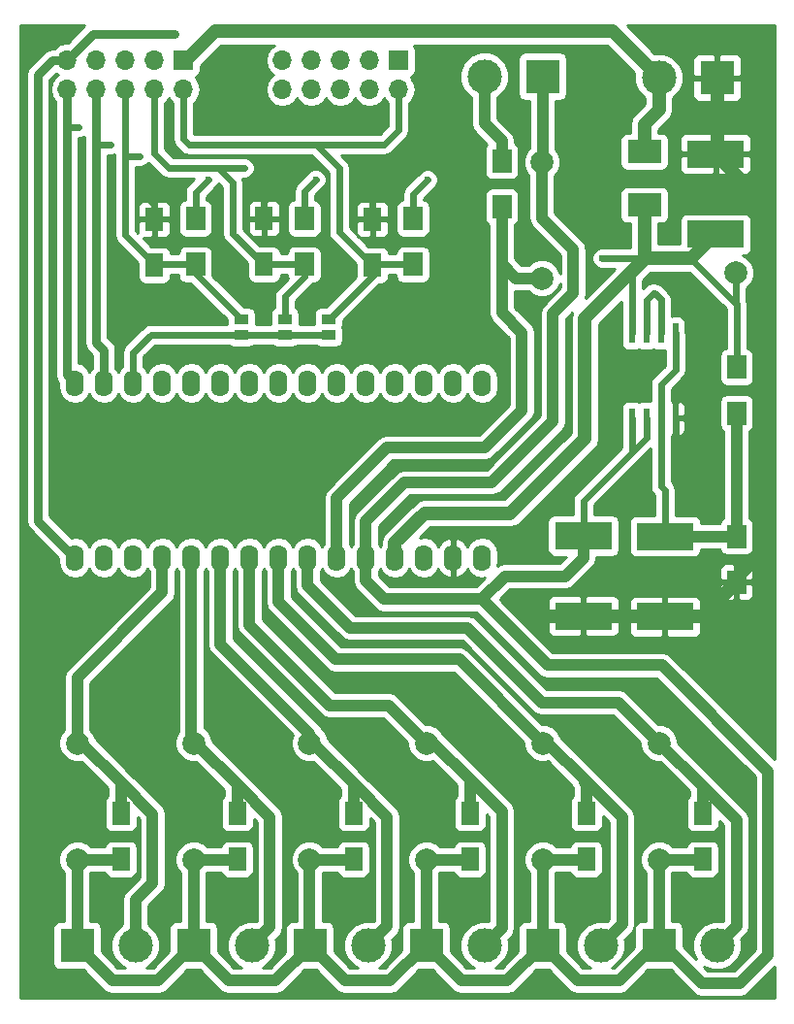
<source format=gbr>
G04 #@! TF.FileFunction,Copper,L1,Top,Signal*
%FSLAX46Y46*%
G04 Gerber Fmt 4.6, Leading zero omitted, Abs format (unit mm)*
G04 Created by KiCad (PCBNEW 4.0.7-e2-6376~61~ubuntu18.04.1) date Sun Sep 22 13:29:54 2019*
%MOMM*%
%LPD*%
G01*
G04 APERTURE LIST*
%ADD10C,0.100000*%
%ADD11R,3.000000X3.000000*%
%ADD12C,3.000000*%
%ADD13R,1.600000X2.000000*%
%ADD14R,5.000000X2.400000*%
%ADD15R,3.000000X2.000000*%
%ADD16R,1.270000X0.970000*%
%ADD17C,1.998980*%
%ADD18R,0.550000X1.750000*%
%ADD19O,1.574800X2.286000*%
%ADD20R,1.700000X1.700000*%
%ADD21O,1.700000X1.700000*%
%ADD22R,1.700000X2.000000*%
%ADD23C,0.600000*%
%ADD24C,0.800000*%
%ADD25C,1.200000*%
%ADD26C,0.600000*%
%ADD27C,1.000000*%
%ADD28C,0.254000*%
G04 APERTURE END LIST*
D10*
D11*
X86741000Y-154940000D03*
D12*
X91821000Y-154940000D03*
D13*
X82750000Y-95536000D03*
X82750000Y-91536000D03*
D14*
X117750000Y-119250000D03*
X117750000Y-126250000D03*
D13*
X70231000Y-143415000D03*
X70231000Y-147415000D03*
X121031000Y-143415000D03*
X121031000Y-147415000D03*
D14*
X122174000Y-92908000D03*
X122174000Y-85908000D03*
X110621000Y-119202000D03*
X110621000Y-126202000D03*
D13*
X80391000Y-143415000D03*
X80391000Y-147415000D03*
X90551000Y-143415000D03*
X90551000Y-147415000D03*
X100711000Y-143415000D03*
X100711000Y-147415000D03*
X110871000Y-143415000D03*
X110871000Y-147415000D03*
D15*
X115951000Y-90336000D03*
X115951000Y-85686000D03*
D16*
X88356000Y-101649000D03*
X88356000Y-100369000D03*
X84546000Y-101649000D03*
X84546000Y-100369000D03*
X80736000Y-101649000D03*
X80736000Y-100369000D03*
D11*
X122301000Y-79248000D03*
D12*
X117221000Y-79248000D03*
D11*
X66421000Y-154940000D03*
D12*
X71501000Y-154940000D03*
D11*
X76581000Y-154940000D03*
D12*
X81661000Y-154940000D03*
D11*
X96901000Y-154940000D03*
D12*
X101981000Y-154940000D03*
D11*
X107061000Y-154940000D03*
D12*
X112141000Y-154940000D03*
D11*
X117221000Y-154940000D03*
D12*
X122301000Y-154940000D03*
D11*
X107061000Y-79121000D03*
D12*
X101981000Y-79121000D03*
D17*
X66421000Y-137287000D03*
X66421000Y-147447000D03*
X117221000Y-137287000D03*
X117221000Y-147447000D03*
X76581000Y-137287000D03*
X76581000Y-147447000D03*
X86715600Y-137287000D03*
X86715600Y-147447000D03*
X96901000Y-137287000D03*
X96901000Y-147447000D03*
X107061000Y-137287000D03*
X107061000Y-147447000D03*
D18*
X114845000Y-108950000D03*
X116115000Y-108950000D03*
X117385000Y-108950000D03*
X118655000Y-108950000D03*
X118655000Y-101550000D03*
X117385000Y-101550000D03*
X116115000Y-101550000D03*
X114845000Y-101550000D03*
D19*
X99240000Y-105880000D03*
X96700000Y-105880000D03*
X94160000Y-105880000D03*
X101780000Y-121120000D03*
X99240000Y-121120000D03*
X96700000Y-121120000D03*
X94160000Y-121120000D03*
X73840000Y-121120000D03*
X71300000Y-121120000D03*
X68760000Y-121120000D03*
X101780000Y-105880000D03*
X91620000Y-105880000D03*
X89080000Y-105880000D03*
X86540000Y-105880000D03*
X84000000Y-105880000D03*
X81460000Y-105880000D03*
X78920000Y-105880000D03*
X76380000Y-105880000D03*
X73840000Y-105880000D03*
X71300000Y-105880000D03*
X68760000Y-105880000D03*
X66220000Y-105880000D03*
X66220000Y-121120000D03*
X76380000Y-121120000D03*
X78920000Y-121120000D03*
X81460000Y-121120000D03*
X84000000Y-121120000D03*
X86540000Y-121120000D03*
X89080000Y-121120000D03*
X91620000Y-121120000D03*
D17*
X123952000Y-96266000D03*
D20*
X75692000Y-77724000D03*
D21*
X75692000Y-80264000D03*
X73152000Y-77724000D03*
X73152000Y-80264000D03*
X70612000Y-77724000D03*
X70612000Y-80264000D03*
X68072000Y-77724000D03*
X68072000Y-80264000D03*
X65532000Y-77724000D03*
X65532000Y-80264000D03*
D20*
X94488000Y-77724000D03*
D21*
X94488000Y-80264000D03*
X91948000Y-77724000D03*
X91948000Y-80264000D03*
X89408000Y-77724000D03*
X89408000Y-80264000D03*
X86868000Y-77724000D03*
X86868000Y-80264000D03*
X84328000Y-77724000D03*
X84328000Y-80264000D03*
D22*
X124000000Y-104500000D03*
X124000000Y-108500000D03*
X124000000Y-119250000D03*
X124000000Y-123250000D03*
D17*
X107000000Y-96750000D03*
X107000000Y-86590000D03*
D22*
X103500000Y-90500000D03*
X103500000Y-86500000D03*
X95750000Y-91536000D03*
X95750000Y-95536000D03*
X86250000Y-91536000D03*
X86250000Y-95536000D03*
X76750000Y-91536000D03*
X76750000Y-95536000D03*
D13*
X73152000Y-95599000D03*
X73152000Y-91599000D03*
X92202000Y-95599000D03*
X92202000Y-91599000D03*
D23*
X93000000Y-114000000D03*
X105250000Y-114000000D03*
X78000000Y-82500000D03*
X63000000Y-130250000D03*
X119750000Y-136000000D03*
X112000000Y-136000000D03*
X101500000Y-136000000D03*
X90750000Y-136000000D03*
X80500000Y-136000000D03*
X72000000Y-136000000D03*
X69250000Y-91750000D03*
X66750000Y-91750000D03*
X72136000Y-89281000D03*
X82042000Y-89281000D03*
X91440000Y-89281000D03*
X118618000Y-111633000D03*
X106299000Y-126238000D03*
X97028000Y-88138000D03*
X87249000Y-88138000D03*
X112268000Y-94996000D03*
X77851000Y-88138000D03*
X71882000Y-86106000D03*
X81026000Y-87122000D03*
X69342000Y-85090000D03*
X66548000Y-83566000D03*
X74930000Y-75438000D03*
D24*
X93000000Y-114000000D02*
X94000000Y-113000000D01*
X105250000Y-114000000D02*
X106000000Y-113250000D01*
X78000000Y-82500000D02*
X79250000Y-81250000D01*
D25*
X63000000Y-130250000D02*
X63000000Y-132750000D01*
X119750000Y-136000000D02*
X122250000Y-138500000D01*
X112000000Y-136000000D02*
X112000000Y-138500000D01*
X101500000Y-136000000D02*
X101500000Y-138500000D01*
X90750000Y-136000000D02*
X90750000Y-138500000D01*
X80500000Y-136000000D02*
X80500000Y-138500000D01*
X72000000Y-136000000D02*
X72000000Y-138500000D01*
D26*
X69250000Y-91750000D02*
X69250000Y-93750000D01*
X66750000Y-91750000D02*
X66750000Y-93750000D01*
X73152000Y-91599000D02*
X73152000Y-90297000D01*
X73152000Y-90297000D02*
X72136000Y-89281000D01*
X82750000Y-91536000D02*
X82750000Y-89989000D01*
X82750000Y-89989000D02*
X82042000Y-89281000D01*
X92202000Y-91599000D02*
X92202000Y-90043000D01*
X92202000Y-90043000D02*
X91440000Y-89281000D01*
X118655000Y-108950000D02*
X118655000Y-111596000D01*
X118655000Y-111596000D02*
X118618000Y-111633000D01*
D25*
X110621000Y-126202000D02*
X106335000Y-126202000D01*
X106335000Y-126202000D02*
X106299000Y-126238000D01*
X124000000Y-123250000D02*
X124000000Y-122888000D01*
X124000000Y-122888000D02*
X126746000Y-120142000D01*
X126746000Y-90480000D02*
X122174000Y-85908000D01*
X126746000Y-120142000D02*
X126746000Y-90480000D01*
X117750000Y-126250000D02*
X121000000Y-126250000D01*
X121000000Y-126250000D02*
X124000000Y-123250000D01*
X110621000Y-126202000D02*
X117702000Y-126202000D01*
X117702000Y-126202000D02*
X117750000Y-126250000D01*
X122301000Y-79248000D02*
X122301000Y-85781000D01*
X122301000Y-85781000D02*
X122174000Y-85908000D01*
D26*
X82750000Y-91536000D02*
X82750000Y-91494000D01*
X73152000Y-91599000D02*
X73152000Y-91567000D01*
X92202000Y-91313000D02*
X92202000Y-91599000D01*
D27*
X71501000Y-154940000D02*
X71501000Y-150999000D01*
X73000000Y-143500000D02*
X70231000Y-140731000D01*
X73000000Y-149500000D02*
X73000000Y-143500000D01*
X71501000Y-150999000D02*
X73000000Y-149500000D01*
X66421000Y-137287000D02*
X66787000Y-137287000D01*
X66787000Y-137287000D02*
X70231000Y-140731000D01*
X70231000Y-140731000D02*
X70231000Y-143415000D01*
X73840000Y-121120000D02*
X73840000Y-124160000D01*
X66421000Y-131579000D02*
X66421000Y-137287000D01*
X73840000Y-124160000D02*
X66421000Y-131579000D01*
X107000000Y-86590000D02*
X107000000Y-91506000D01*
X91620000Y-117930000D02*
X91620000Y-121120000D01*
X94996000Y-114554000D02*
X91620000Y-117930000D01*
X102616000Y-114554000D02*
X94996000Y-114554000D01*
X107950000Y-109220000D02*
X102616000Y-114554000D01*
X107950000Y-99822000D02*
X107950000Y-109220000D01*
X109728000Y-98044000D02*
X107950000Y-99822000D01*
X109728000Y-94234000D02*
X109728000Y-98044000D01*
X107000000Y-91506000D02*
X109728000Y-94234000D01*
X110621000Y-119202000D02*
X110621000Y-121129000D01*
X103750000Y-122750000D02*
X101750000Y-124750000D01*
X109000000Y-122750000D02*
X103750000Y-122750000D01*
X110621000Y-121129000D02*
X109000000Y-122750000D01*
X76581000Y-154940000D02*
X76560000Y-154940000D01*
X76560000Y-154940000D02*
X73500000Y-158000000D01*
X69481000Y-158000000D02*
X66421000Y-154940000D01*
X73500000Y-158000000D02*
X69481000Y-158000000D01*
X86741000Y-154940000D02*
X86741000Y-155009000D01*
X86741000Y-155009000D02*
X83750000Y-158000000D01*
X79641000Y-158000000D02*
X76581000Y-154940000D01*
X83750000Y-158000000D02*
X79641000Y-158000000D01*
X96901000Y-154940000D02*
X96810000Y-154940000D01*
X96810000Y-154940000D02*
X93750000Y-158000000D01*
X89801000Y-158000000D02*
X86741000Y-154940000D01*
X93750000Y-158000000D02*
X89801000Y-158000000D01*
X107061000Y-154940000D02*
X107060000Y-154940000D01*
X107060000Y-154940000D02*
X104000000Y-158000000D01*
X99961000Y-158000000D02*
X96901000Y-154940000D01*
X104000000Y-158000000D02*
X99961000Y-158000000D01*
X117221000Y-154940000D02*
X116810000Y-154940000D01*
X116810000Y-154940000D02*
X113750000Y-158000000D01*
X110121000Y-158000000D02*
X107061000Y-154940000D01*
X113750000Y-158000000D02*
X110121000Y-158000000D01*
X117221000Y-154940000D02*
X117690000Y-154940000D01*
X117690000Y-154940000D02*
X121000000Y-158250000D01*
X121000000Y-158250000D02*
X124250000Y-158250000D01*
X124250000Y-158250000D02*
X126750000Y-155750000D01*
X126750000Y-155750000D02*
X126750000Y-139750000D01*
X126750000Y-139750000D02*
X117500000Y-130500000D01*
X117500000Y-130500000D02*
X107500000Y-130500000D01*
X107500000Y-130500000D02*
X101750000Y-124750000D01*
X91620000Y-123120000D02*
X91620000Y-121120000D01*
X93250000Y-124750000D02*
X91620000Y-123120000D01*
X101750000Y-124750000D02*
X93250000Y-124750000D01*
D26*
X116115000Y-108950000D02*
X116115000Y-110635000D01*
X116115000Y-110635000D02*
X114845000Y-111905000D01*
X114845000Y-108950000D02*
X114845000Y-111905000D01*
X110621000Y-116129000D02*
X110621000Y-119202000D01*
X114845000Y-111905000D02*
X110621000Y-116129000D01*
D27*
X107000000Y-86590000D02*
X107340000Y-86590000D01*
X107061000Y-79121000D02*
X107061000Y-86529000D01*
X107061000Y-86529000D02*
X107000000Y-86590000D01*
X117221000Y-147447000D02*
X120999000Y-147447000D01*
X120999000Y-147447000D02*
X121031000Y-147415000D01*
X86715600Y-147447000D02*
X90519000Y-147447000D01*
X90519000Y-147447000D02*
X90551000Y-147415000D01*
X76581000Y-147447000D02*
X80359000Y-147447000D01*
X80359000Y-147447000D02*
X80391000Y-147415000D01*
X66421000Y-147447000D02*
X70199000Y-147447000D01*
X70199000Y-147447000D02*
X70231000Y-147415000D01*
X96901000Y-147447000D02*
X100679000Y-147447000D01*
X100679000Y-147447000D02*
X100711000Y-147415000D01*
X107061000Y-147447000D02*
X110839000Y-147447000D01*
X110839000Y-147447000D02*
X110871000Y-147415000D01*
X117221000Y-147447000D02*
X117221000Y-154940000D01*
X107061000Y-147447000D02*
X107061000Y-154940000D01*
X96901000Y-147447000D02*
X96901000Y-154940000D01*
X86715600Y-147447000D02*
X86715600Y-154914600D01*
X86715600Y-154914600D02*
X86741000Y-154940000D01*
X76581000Y-147447000D02*
X76581000Y-154940000D01*
X66421000Y-147447000D02*
X66421000Y-154940000D01*
X86540000Y-121120000D02*
X86540000Y-123540000D01*
X113684000Y-133750000D02*
X117221000Y-137287000D01*
X107000000Y-133750000D02*
X113684000Y-133750000D01*
X100500000Y-127250000D02*
X107000000Y-133750000D01*
X90250000Y-127250000D02*
X100500000Y-127250000D01*
X86540000Y-123540000D02*
X90250000Y-127250000D01*
X121031000Y-143415000D02*
X121031000Y-141031000D01*
X121031000Y-141031000D02*
X121000000Y-141000000D01*
X117221000Y-137287000D02*
X117287000Y-137287000D01*
X117287000Y-137287000D02*
X121000000Y-141000000D01*
X121000000Y-141000000D02*
X124000000Y-144000000D01*
X124000000Y-153241000D02*
X122301000Y-154940000D01*
X124000000Y-144000000D02*
X124000000Y-153241000D01*
D26*
X95750000Y-91536000D02*
X95750000Y-89416000D01*
X95750000Y-89416000D02*
X97028000Y-88138000D01*
X86250000Y-91536000D02*
X86250000Y-89137000D01*
X86250000Y-89137000D02*
X87249000Y-88138000D01*
X76750000Y-91536000D02*
X76750000Y-89239000D01*
X112272000Y-95000000D02*
X115951000Y-95000000D01*
X112268000Y-94996000D02*
X112272000Y-95000000D01*
X76750000Y-89239000D02*
X77851000Y-88138000D01*
X123952000Y-96266000D02*
X123952000Y-98952000D01*
X123952000Y-98952000D02*
X123952000Y-98679000D01*
X123952000Y-98679000D02*
X123952000Y-98952000D01*
X124000000Y-104500000D02*
X124000000Y-99000000D01*
X124000000Y-99000000D02*
X123952000Y-98952000D01*
X123952000Y-98952000D02*
X120000000Y-95000000D01*
X114845000Y-101550000D02*
X114845000Y-96155000D01*
X114845000Y-96155000D02*
X114750000Y-96250000D01*
D25*
X115951000Y-95000000D02*
X120000000Y-95000000D01*
X120000000Y-95000000D02*
X120082000Y-95000000D01*
X120082000Y-95000000D02*
X122174000Y-92908000D01*
X115951000Y-90336000D02*
X115951000Y-95000000D01*
X115951000Y-95000000D02*
X115951000Y-95049000D01*
X94160000Y-119840000D02*
X94160000Y-121120000D01*
X96750000Y-117250000D02*
X94160000Y-119840000D01*
X104250000Y-117250000D02*
X96750000Y-117250000D01*
X110750000Y-110750000D02*
X104250000Y-117250000D01*
X110750000Y-100250000D02*
X110750000Y-110750000D01*
X115951000Y-95049000D02*
X114750000Y-96250000D01*
X114750000Y-96250000D02*
X110750000Y-100250000D01*
D27*
X80391000Y-143415000D02*
X80391000Y-140891000D01*
X80391000Y-140891000D02*
X80500000Y-141000000D01*
X76581000Y-137287000D02*
X76787000Y-137287000D01*
X76787000Y-137287000D02*
X80500000Y-141000000D01*
X80500000Y-141000000D02*
X83250000Y-143750000D01*
X83250000Y-153351000D02*
X81661000Y-154940000D01*
X83250000Y-143750000D02*
X83250000Y-153351000D01*
X76380000Y-121120000D02*
X76380000Y-137086000D01*
X76380000Y-137086000D02*
X76581000Y-137287000D01*
X90551000Y-143415000D02*
X90551000Y-140801000D01*
X90551000Y-140801000D02*
X90750000Y-141000000D01*
X86715600Y-137287000D02*
X87037000Y-137287000D01*
X87037000Y-137287000D02*
X90750000Y-141000000D01*
X90750000Y-141000000D02*
X93500000Y-143750000D01*
X93500000Y-153261000D02*
X91821000Y-154940000D01*
X93500000Y-143750000D02*
X93500000Y-153261000D01*
X78920000Y-121120000D02*
X78920000Y-128670000D01*
X78920000Y-128670000D02*
X86715600Y-136465600D01*
X86715600Y-136465600D02*
X86715600Y-137287000D01*
X81460000Y-121120000D02*
X81460000Y-126960000D01*
X93614000Y-134000000D02*
X96901000Y-137287000D01*
X88500000Y-134000000D02*
X93614000Y-134000000D01*
X81460000Y-126960000D02*
X88500000Y-134000000D01*
X100711000Y-143415000D02*
X100711000Y-140461000D01*
X100711000Y-140461000D02*
X100750000Y-140500000D01*
X100750000Y-140500000D02*
X100750000Y-140750000D01*
X100750000Y-140750000D02*
X100750000Y-140500000D01*
X96901000Y-137287000D02*
X97537000Y-137287000D01*
X97537000Y-137287000D02*
X100750000Y-140500000D01*
X100750000Y-140500000D02*
X103500000Y-143250000D01*
X103500000Y-153421000D02*
X101981000Y-154940000D01*
X103500000Y-143250000D02*
X103500000Y-153421000D01*
D26*
X84546000Y-101649000D02*
X88356000Y-101649000D01*
X80736000Y-101649000D02*
X84546000Y-101649000D01*
X80736000Y-101649000D02*
X72849000Y-101649000D01*
X71300000Y-103198000D02*
X71300000Y-105880000D01*
X72849000Y-101649000D02*
X71300000Y-103198000D01*
D27*
X84000000Y-121120000D02*
X84000000Y-125000000D01*
X99774000Y-130000000D02*
X107061000Y-137287000D01*
X89000000Y-130000000D02*
X99774000Y-130000000D01*
X84000000Y-125000000D02*
X89000000Y-130000000D01*
X110871000Y-143415000D02*
X110871000Y-140621000D01*
X110750000Y-140750000D02*
X110750000Y-140500000D01*
X110750000Y-140742000D02*
X110750000Y-140750000D01*
X110871000Y-140621000D02*
X110750000Y-140742000D01*
X107061000Y-137287000D02*
X107537000Y-137287000D01*
X107537000Y-137287000D02*
X110750000Y-140500000D01*
X110750000Y-140500000D02*
X114000000Y-143750000D01*
X114000000Y-153081000D02*
X112141000Y-154940000D01*
X114000000Y-143750000D02*
X114000000Y-153081000D01*
D25*
X75692000Y-77724000D02*
X75946000Y-77724000D01*
X75946000Y-77724000D02*
X78486000Y-75184000D01*
X78486000Y-75184000D02*
X113157000Y-75184000D01*
X113157000Y-75184000D02*
X117221000Y-79248000D01*
X117221000Y-79248000D02*
X117221000Y-82029000D01*
X115951000Y-83299000D02*
X115951000Y-85686000D01*
X117221000Y-82029000D02*
X115951000Y-83299000D01*
D26*
X73250000Y-95536000D02*
X76750000Y-95536000D01*
X70612000Y-86106000D02*
X71882000Y-86106000D01*
X73250000Y-95536000D02*
X73184000Y-95536000D01*
X73184000Y-95536000D02*
X70612000Y-92964000D01*
X70612000Y-92964000D02*
X70612000Y-86106000D01*
X70612000Y-86106000D02*
X70612000Y-80264000D01*
X80736000Y-100369000D02*
X80736000Y-100294000D01*
X80736000Y-100294000D02*
X76750000Y-96308000D01*
X76750000Y-96308000D02*
X76750000Y-95536000D01*
X80736000Y-100213002D02*
X80736000Y-100369000D01*
X82750000Y-95536000D02*
X82709000Y-95536000D01*
X82709000Y-95536000D02*
X80010000Y-92837000D01*
X80010000Y-88392000D02*
X78740000Y-87122000D01*
X80010000Y-92837000D02*
X80010000Y-88392000D01*
X82750000Y-95536000D02*
X86250000Y-95536000D01*
X78740000Y-87122000D02*
X81026000Y-87122000D01*
X74422000Y-87122000D02*
X78740000Y-87122000D01*
X73152000Y-85852000D02*
X74422000Y-87122000D01*
X73152000Y-80264000D02*
X73152000Y-85852000D01*
X82750000Y-95536000D02*
X82750000Y-95450000D01*
X86250000Y-95536000D02*
X86250000Y-96630000D01*
X86250000Y-96630000D02*
X84546000Y-98334000D01*
X84546000Y-98334000D02*
X84546000Y-100369000D01*
X92202000Y-95599000D02*
X92170000Y-95599000D01*
X92170000Y-95599000D02*
X89281000Y-92710000D01*
X89281000Y-87122000D02*
X87249000Y-85090000D01*
X89281000Y-92710000D02*
X89281000Y-87122000D01*
X92250000Y-95536000D02*
X95750000Y-95536000D01*
X87122000Y-85090000D02*
X87249000Y-85090000D01*
X87249000Y-85090000D02*
X87503000Y-85090000D01*
X87503000Y-85090000D02*
X93218000Y-85090000D01*
X93218000Y-85090000D02*
X94488000Y-83820000D01*
X94488000Y-83820000D02*
X94488000Y-80264000D01*
X75692000Y-84582000D02*
X76200000Y-85090000D01*
X76200000Y-85090000D02*
X87122000Y-85090000D01*
X75692000Y-80264000D02*
X75692000Y-84582000D01*
X92250000Y-95536000D02*
X92234000Y-95536000D01*
X92250000Y-95536000D02*
X92250000Y-96475000D01*
X92250000Y-96475000D02*
X88356000Y-100369000D01*
X68072000Y-85090000D02*
X69342000Y-85090000D01*
D24*
X68072000Y-80264000D02*
X68072000Y-83312000D01*
X68072000Y-83312000D02*
X68072000Y-85090000D01*
X68072000Y-85090000D02*
X68072000Y-102322000D01*
X68760000Y-103010000D02*
X68760000Y-105880000D01*
X68072000Y-102322000D02*
X68760000Y-103010000D01*
D26*
X65532000Y-83566000D02*
X66548000Y-83566000D01*
D24*
X65532000Y-80264000D02*
X65532000Y-82296000D01*
X65532000Y-82296000D02*
X65532000Y-83566000D01*
X65532000Y-83566000D02*
X65532000Y-84074000D01*
X65532000Y-84074000D02*
X65532000Y-105192000D01*
X65532000Y-105192000D02*
X66220000Y-105880000D01*
X65532000Y-77724000D02*
X67818000Y-75438000D01*
X67818000Y-75438000D02*
X74930000Y-75438000D01*
X65532000Y-77724000D02*
X65532000Y-77718000D01*
D27*
X65532000Y-77724000D02*
X65532000Y-77468000D01*
D24*
X65532000Y-77724000D02*
X64276000Y-77724000D01*
X63000000Y-117900000D02*
X66220000Y-121120000D01*
X63000000Y-79000000D02*
X63000000Y-117900000D01*
X64276000Y-77724000D02*
X63000000Y-79000000D01*
D27*
X101981000Y-79121000D02*
X101981000Y-83231000D01*
X103500000Y-84750000D02*
X103500000Y-86500000D01*
X101981000Y-83231000D02*
X103500000Y-84750000D01*
X89080000Y-121120000D02*
X89080000Y-115920000D01*
X103500000Y-99750000D02*
X103500000Y-95500000D01*
X105250000Y-101500000D02*
X103500000Y-99750000D01*
X105250000Y-108250000D02*
X105250000Y-101500000D01*
X102000000Y-111500000D02*
X105250000Y-108250000D01*
X93500000Y-111500000D02*
X102000000Y-111500000D01*
X89080000Y-115920000D02*
X93500000Y-111500000D01*
X103500000Y-90500000D02*
X103500000Y-95500000D01*
X104750000Y-96750000D02*
X107000000Y-96750000D01*
X103500000Y-95500000D02*
X104750000Y-96750000D01*
D26*
X118655000Y-101550000D02*
X118655000Y-104738000D01*
X117385000Y-106008000D02*
X117385000Y-108950000D01*
X118655000Y-104738000D02*
X117385000Y-106008000D01*
X117385000Y-108950000D02*
X117385000Y-114885000D01*
X117750000Y-115250000D02*
X117750000Y-119250000D01*
X117385000Y-114885000D02*
X117750000Y-115250000D01*
D27*
X124000000Y-119250000D02*
X117750000Y-119250000D01*
X124000000Y-108500000D02*
X124000000Y-119250000D01*
D26*
X117385000Y-101550000D02*
X117385000Y-98589000D01*
X116115000Y-98642000D02*
X116115000Y-101550000D01*
X116713000Y-98044000D02*
X116115000Y-98642000D01*
X116840000Y-98044000D02*
X116713000Y-98044000D01*
X117385000Y-98589000D02*
X116840000Y-98044000D01*
D28*
G36*
X65574023Y-76218266D02*
X65532000Y-76209907D01*
X64963715Y-76322946D01*
X64481946Y-76644853D01*
X64452448Y-76689000D01*
X64276005Y-76689000D01*
X64276000Y-76688999D01*
X63910087Y-76761785D01*
X63879923Y-76767785D01*
X63544144Y-76992144D01*
X63544142Y-76992147D01*
X62268144Y-78268144D01*
X62043785Y-78603923D01*
X61964999Y-79000000D01*
X61965000Y-79000005D01*
X61965000Y-117899995D01*
X61964999Y-117900000D01*
X62043785Y-118296077D01*
X62268144Y-118631856D01*
X64797600Y-121161311D01*
X64797600Y-121510433D01*
X64905874Y-122054762D01*
X65214211Y-122516222D01*
X65675671Y-122824559D01*
X66220000Y-122932833D01*
X66764329Y-122824559D01*
X67225789Y-122516222D01*
X67490000Y-122120801D01*
X67754211Y-122516222D01*
X68215671Y-122824559D01*
X68760000Y-122932833D01*
X69304329Y-122824559D01*
X69765789Y-122516222D01*
X70030000Y-122120801D01*
X70294211Y-122516222D01*
X70755671Y-122824559D01*
X71300000Y-122932833D01*
X71844329Y-122824559D01*
X72305789Y-122516222D01*
X72570000Y-122120801D01*
X72705000Y-122322844D01*
X72705000Y-123689868D01*
X65618434Y-130776434D01*
X65372397Y-131144654D01*
X65286000Y-131579000D01*
X65286000Y-136110516D01*
X65036154Y-136359927D01*
X64786794Y-136960453D01*
X64786226Y-137610694D01*
X65034538Y-138211655D01*
X65493927Y-138671846D01*
X66094453Y-138921206D01*
X66744694Y-138921774D01*
X66795606Y-138900738D01*
X69096000Y-141201133D01*
X69096000Y-141875982D01*
X68979559Y-141950910D01*
X68834569Y-142163110D01*
X68783560Y-142415000D01*
X68783560Y-144415000D01*
X68827838Y-144650317D01*
X68966910Y-144866441D01*
X69179110Y-145011431D01*
X69431000Y-145062440D01*
X71031000Y-145062440D01*
X71266317Y-145018162D01*
X71482441Y-144879090D01*
X71627431Y-144666890D01*
X71678440Y-144415000D01*
X71678440Y-143783572D01*
X71865000Y-143970132D01*
X71865000Y-149029868D01*
X70698434Y-150196434D01*
X70452397Y-150564654D01*
X70366000Y-150999000D01*
X70366000Y-153098900D01*
X70293200Y-153128980D01*
X69692091Y-153729041D01*
X69366372Y-154513459D01*
X69365630Y-155362815D01*
X69689980Y-156147800D01*
X70290041Y-156748909D01*
X70569619Y-156865000D01*
X69951133Y-156865000D01*
X68568440Y-155482308D01*
X68568440Y-153440000D01*
X68524162Y-153204683D01*
X68385090Y-152988559D01*
X68172890Y-152843569D01*
X67921000Y-152792560D01*
X67556000Y-152792560D01*
X67556000Y-148623484D01*
X67597556Y-148582000D01*
X68814983Y-148582000D01*
X68827838Y-148650317D01*
X68966910Y-148866441D01*
X69179110Y-149011431D01*
X69431000Y-149062440D01*
X71031000Y-149062440D01*
X71266317Y-149018162D01*
X71482441Y-148879090D01*
X71627431Y-148666890D01*
X71678440Y-148415000D01*
X71678440Y-146415000D01*
X71634162Y-146179683D01*
X71495090Y-145963559D01*
X71282890Y-145818569D01*
X71031000Y-145767560D01*
X69431000Y-145767560D01*
X69195683Y-145811838D01*
X68979559Y-145950910D01*
X68834569Y-146163110D01*
X68804418Y-146312000D01*
X67597484Y-146312000D01*
X67348073Y-146062154D01*
X66747547Y-145812794D01*
X66097306Y-145812226D01*
X65496345Y-146060538D01*
X65036154Y-146519927D01*
X64786794Y-147120453D01*
X64786226Y-147770694D01*
X65034538Y-148371655D01*
X65286000Y-148623556D01*
X65286000Y-152792560D01*
X64921000Y-152792560D01*
X64685683Y-152836838D01*
X64469559Y-152975910D01*
X64324569Y-153188110D01*
X64273560Y-153440000D01*
X64273560Y-156440000D01*
X64317838Y-156675317D01*
X64456910Y-156891441D01*
X64669110Y-157036431D01*
X64921000Y-157087440D01*
X66963308Y-157087440D01*
X68678434Y-158802567D01*
X69046655Y-159048604D01*
X69481000Y-159135000D01*
X73500000Y-159135000D01*
X73934346Y-159048603D01*
X74302566Y-158802566D01*
X76017693Y-157087440D01*
X77123308Y-157087440D01*
X78838434Y-158802567D01*
X79206655Y-159048604D01*
X79641000Y-159135000D01*
X83750000Y-159135000D01*
X84184346Y-159048603D01*
X84552566Y-158802566D01*
X86267692Y-157087440D01*
X87283308Y-157087440D01*
X88998434Y-158802567D01*
X89366655Y-159048604D01*
X89801000Y-159135000D01*
X93750000Y-159135000D01*
X94184346Y-159048603D01*
X94552566Y-158802566D01*
X96267693Y-157087440D01*
X97443308Y-157087440D01*
X99158434Y-158802567D01*
X99526655Y-159048604D01*
X99961000Y-159135000D01*
X104000000Y-159135000D01*
X104434346Y-159048603D01*
X104802566Y-158802566D01*
X106517693Y-157087440D01*
X107603308Y-157087440D01*
X109318434Y-158802567D01*
X109686655Y-159048604D01*
X110121000Y-159135000D01*
X113750000Y-159135000D01*
X114184346Y-159048603D01*
X114552566Y-158802566D01*
X116267693Y-157087440D01*
X118232308Y-157087440D01*
X120197434Y-159052566D01*
X120565654Y-159298603D01*
X121000000Y-159385000D01*
X124250000Y-159385000D01*
X124684346Y-159298603D01*
X125052566Y-159052566D01*
X127290000Y-156815132D01*
X127290000Y-159540000D01*
X61460000Y-159540000D01*
X61460000Y-74710000D01*
X67082289Y-74710000D01*
X65574023Y-76218266D01*
X65574023Y-76218266D01*
G37*
X65574023Y-76218266D02*
X65532000Y-76209907D01*
X64963715Y-76322946D01*
X64481946Y-76644853D01*
X64452448Y-76689000D01*
X64276005Y-76689000D01*
X64276000Y-76688999D01*
X63910087Y-76761785D01*
X63879923Y-76767785D01*
X63544144Y-76992144D01*
X63544142Y-76992147D01*
X62268144Y-78268144D01*
X62043785Y-78603923D01*
X61964999Y-79000000D01*
X61965000Y-79000005D01*
X61965000Y-117899995D01*
X61964999Y-117900000D01*
X62043785Y-118296077D01*
X62268144Y-118631856D01*
X64797600Y-121161311D01*
X64797600Y-121510433D01*
X64905874Y-122054762D01*
X65214211Y-122516222D01*
X65675671Y-122824559D01*
X66220000Y-122932833D01*
X66764329Y-122824559D01*
X67225789Y-122516222D01*
X67490000Y-122120801D01*
X67754211Y-122516222D01*
X68215671Y-122824559D01*
X68760000Y-122932833D01*
X69304329Y-122824559D01*
X69765789Y-122516222D01*
X70030000Y-122120801D01*
X70294211Y-122516222D01*
X70755671Y-122824559D01*
X71300000Y-122932833D01*
X71844329Y-122824559D01*
X72305789Y-122516222D01*
X72570000Y-122120801D01*
X72705000Y-122322844D01*
X72705000Y-123689868D01*
X65618434Y-130776434D01*
X65372397Y-131144654D01*
X65286000Y-131579000D01*
X65286000Y-136110516D01*
X65036154Y-136359927D01*
X64786794Y-136960453D01*
X64786226Y-137610694D01*
X65034538Y-138211655D01*
X65493927Y-138671846D01*
X66094453Y-138921206D01*
X66744694Y-138921774D01*
X66795606Y-138900738D01*
X69096000Y-141201133D01*
X69096000Y-141875982D01*
X68979559Y-141950910D01*
X68834569Y-142163110D01*
X68783560Y-142415000D01*
X68783560Y-144415000D01*
X68827838Y-144650317D01*
X68966910Y-144866441D01*
X69179110Y-145011431D01*
X69431000Y-145062440D01*
X71031000Y-145062440D01*
X71266317Y-145018162D01*
X71482441Y-144879090D01*
X71627431Y-144666890D01*
X71678440Y-144415000D01*
X71678440Y-143783572D01*
X71865000Y-143970132D01*
X71865000Y-149029868D01*
X70698434Y-150196434D01*
X70452397Y-150564654D01*
X70366000Y-150999000D01*
X70366000Y-153098900D01*
X70293200Y-153128980D01*
X69692091Y-153729041D01*
X69366372Y-154513459D01*
X69365630Y-155362815D01*
X69689980Y-156147800D01*
X70290041Y-156748909D01*
X70569619Y-156865000D01*
X69951133Y-156865000D01*
X68568440Y-155482308D01*
X68568440Y-153440000D01*
X68524162Y-153204683D01*
X68385090Y-152988559D01*
X68172890Y-152843569D01*
X67921000Y-152792560D01*
X67556000Y-152792560D01*
X67556000Y-148623484D01*
X67597556Y-148582000D01*
X68814983Y-148582000D01*
X68827838Y-148650317D01*
X68966910Y-148866441D01*
X69179110Y-149011431D01*
X69431000Y-149062440D01*
X71031000Y-149062440D01*
X71266317Y-149018162D01*
X71482441Y-148879090D01*
X71627431Y-148666890D01*
X71678440Y-148415000D01*
X71678440Y-146415000D01*
X71634162Y-146179683D01*
X71495090Y-145963559D01*
X71282890Y-145818569D01*
X71031000Y-145767560D01*
X69431000Y-145767560D01*
X69195683Y-145811838D01*
X68979559Y-145950910D01*
X68834569Y-146163110D01*
X68804418Y-146312000D01*
X67597484Y-146312000D01*
X67348073Y-146062154D01*
X66747547Y-145812794D01*
X66097306Y-145812226D01*
X65496345Y-146060538D01*
X65036154Y-146519927D01*
X64786794Y-147120453D01*
X64786226Y-147770694D01*
X65034538Y-148371655D01*
X65286000Y-148623556D01*
X65286000Y-152792560D01*
X64921000Y-152792560D01*
X64685683Y-152836838D01*
X64469559Y-152975910D01*
X64324569Y-153188110D01*
X64273560Y-153440000D01*
X64273560Y-156440000D01*
X64317838Y-156675317D01*
X64456910Y-156891441D01*
X64669110Y-157036431D01*
X64921000Y-157087440D01*
X66963308Y-157087440D01*
X68678434Y-158802567D01*
X69046655Y-159048604D01*
X69481000Y-159135000D01*
X73500000Y-159135000D01*
X73934346Y-159048603D01*
X74302566Y-158802566D01*
X76017693Y-157087440D01*
X77123308Y-157087440D01*
X78838434Y-158802567D01*
X79206655Y-159048604D01*
X79641000Y-159135000D01*
X83750000Y-159135000D01*
X84184346Y-159048603D01*
X84552566Y-158802566D01*
X86267692Y-157087440D01*
X87283308Y-157087440D01*
X88998434Y-158802567D01*
X89366655Y-159048604D01*
X89801000Y-159135000D01*
X93750000Y-159135000D01*
X94184346Y-159048603D01*
X94552566Y-158802566D01*
X96267693Y-157087440D01*
X97443308Y-157087440D01*
X99158434Y-158802567D01*
X99526655Y-159048604D01*
X99961000Y-159135000D01*
X104000000Y-159135000D01*
X104434346Y-159048603D01*
X104802566Y-158802566D01*
X106517693Y-157087440D01*
X107603308Y-157087440D01*
X109318434Y-158802567D01*
X109686655Y-159048604D01*
X110121000Y-159135000D01*
X113750000Y-159135000D01*
X114184346Y-159048603D01*
X114552566Y-158802566D01*
X116267693Y-157087440D01*
X118232308Y-157087440D01*
X120197434Y-159052566D01*
X120565654Y-159298603D01*
X121000000Y-159385000D01*
X124250000Y-159385000D01*
X124684346Y-159298603D01*
X125052566Y-159052566D01*
X127290000Y-156815132D01*
X127290000Y-159540000D01*
X61460000Y-159540000D01*
X61460000Y-74710000D01*
X67082289Y-74710000D01*
X65574023Y-76218266D01*
G36*
X90485000Y-122322844D02*
X90485000Y-123120000D01*
X90571397Y-123554346D01*
X90778970Y-123865000D01*
X90817434Y-123922566D01*
X92447434Y-125552566D01*
X92815654Y-125798603D01*
X93250000Y-125885000D01*
X101279868Y-125885000D01*
X106697434Y-131302566D01*
X107065654Y-131548603D01*
X107500000Y-131635000D01*
X117029868Y-131635000D01*
X125615000Y-140220133D01*
X125615000Y-155279868D01*
X123779868Y-157115000D01*
X121470132Y-157115000D01*
X121113982Y-156758850D01*
X121874459Y-157074628D01*
X122723815Y-157075370D01*
X123508800Y-156751020D01*
X124109909Y-156150959D01*
X124435628Y-155366541D01*
X124436370Y-154517185D01*
X124404961Y-154441171D01*
X124802566Y-154043566D01*
X124904243Y-153891396D01*
X125048603Y-153675346D01*
X125135000Y-153241000D01*
X125135000Y-144000000D01*
X125085272Y-143750000D01*
X125048604Y-143565655D01*
X124802566Y-143197434D01*
X118855523Y-137250391D01*
X118855774Y-136963306D01*
X118607462Y-136362345D01*
X118148073Y-135902154D01*
X117547547Y-135652794D01*
X117191615Y-135652483D01*
X114486566Y-132947434D01*
X114363195Y-132865000D01*
X114118346Y-132701397D01*
X113684000Y-132615000D01*
X107470132Y-132615000D01*
X101302566Y-126447434D01*
X101125317Y-126329000D01*
X100934346Y-126201397D01*
X100500000Y-126115000D01*
X90720132Y-126115000D01*
X87675000Y-123069868D01*
X87675000Y-122322844D01*
X87810000Y-122120801D01*
X88074211Y-122516222D01*
X88535671Y-122824559D01*
X89080000Y-122932833D01*
X89624329Y-122824559D01*
X90085789Y-122516222D01*
X90350000Y-122120801D01*
X90485000Y-122322844D01*
X90485000Y-122322844D01*
G37*
X90485000Y-122322844D02*
X90485000Y-123120000D01*
X90571397Y-123554346D01*
X90778970Y-123865000D01*
X90817434Y-123922566D01*
X92447434Y-125552566D01*
X92815654Y-125798603D01*
X93250000Y-125885000D01*
X101279868Y-125885000D01*
X106697434Y-131302566D01*
X107065654Y-131548603D01*
X107500000Y-131635000D01*
X117029868Y-131635000D01*
X125615000Y-140220133D01*
X125615000Y-155279868D01*
X123779868Y-157115000D01*
X121470132Y-157115000D01*
X121113982Y-156758850D01*
X121874459Y-157074628D01*
X122723815Y-157075370D01*
X123508800Y-156751020D01*
X124109909Y-156150959D01*
X124435628Y-155366541D01*
X124436370Y-154517185D01*
X124404961Y-154441171D01*
X124802566Y-154043566D01*
X124904243Y-153891396D01*
X125048603Y-153675346D01*
X125135000Y-153241000D01*
X125135000Y-144000000D01*
X125085272Y-143750000D01*
X125048604Y-143565655D01*
X124802566Y-143197434D01*
X118855523Y-137250391D01*
X118855774Y-136963306D01*
X118607462Y-136362345D01*
X118148073Y-135902154D01*
X117547547Y-135652794D01*
X117191615Y-135652483D01*
X114486566Y-132947434D01*
X114363195Y-132865000D01*
X114118346Y-132701397D01*
X113684000Y-132615000D01*
X107470132Y-132615000D01*
X101302566Y-126447434D01*
X101125317Y-126329000D01*
X100934346Y-126201397D01*
X100500000Y-126115000D01*
X90720132Y-126115000D01*
X87675000Y-123069868D01*
X87675000Y-122322844D01*
X87810000Y-122120801D01*
X88074211Y-122516222D01*
X88535671Y-122824559D01*
X89080000Y-122932833D01*
X89624329Y-122824559D01*
X90085789Y-122516222D01*
X90350000Y-122120801D01*
X90485000Y-122322844D01*
G36*
X80325000Y-122322844D02*
X80325000Y-126960000D01*
X80411397Y-127394346D01*
X80532981Y-127576309D01*
X80657434Y-127762566D01*
X87697433Y-134802566D01*
X88065654Y-135048603D01*
X88500000Y-135135000D01*
X93143868Y-135135000D01*
X95266534Y-137257666D01*
X95266226Y-137610694D01*
X95514538Y-138211655D01*
X95973927Y-138671846D01*
X96574453Y-138921206D01*
X97224694Y-138921774D01*
X97466663Y-138821795D01*
X99576000Y-140931132D01*
X99576000Y-141875982D01*
X99459559Y-141950910D01*
X99314569Y-142163110D01*
X99263560Y-142415000D01*
X99263560Y-144415000D01*
X99307838Y-144650317D01*
X99446910Y-144866441D01*
X99659110Y-145011431D01*
X99911000Y-145062440D01*
X101511000Y-145062440D01*
X101746317Y-145018162D01*
X101962441Y-144879090D01*
X102107431Y-144666890D01*
X102158440Y-144415000D01*
X102158440Y-143513572D01*
X102365000Y-143720132D01*
X102365000Y-152805335D01*
X101558185Y-152804630D01*
X100773200Y-153128980D01*
X100172091Y-153729041D01*
X99846372Y-154513459D01*
X99845630Y-155362815D01*
X100169980Y-156147800D01*
X100770041Y-156748909D01*
X101049619Y-156865000D01*
X100431133Y-156865000D01*
X99048440Y-155482308D01*
X99048440Y-153440000D01*
X99004162Y-153204683D01*
X98865090Y-152988559D01*
X98652890Y-152843569D01*
X98401000Y-152792560D01*
X98036000Y-152792560D01*
X98036000Y-148623484D01*
X98077556Y-148582000D01*
X99294983Y-148582000D01*
X99307838Y-148650317D01*
X99446910Y-148866441D01*
X99659110Y-149011431D01*
X99911000Y-149062440D01*
X101511000Y-149062440D01*
X101746317Y-149018162D01*
X101962441Y-148879090D01*
X102107431Y-148666890D01*
X102158440Y-148415000D01*
X102158440Y-146415000D01*
X102114162Y-146179683D01*
X101975090Y-145963559D01*
X101762890Y-145818569D01*
X101511000Y-145767560D01*
X99911000Y-145767560D01*
X99675683Y-145811838D01*
X99459559Y-145950910D01*
X99314569Y-146163110D01*
X99284418Y-146312000D01*
X98077484Y-146312000D01*
X97828073Y-146062154D01*
X97227547Y-145812794D01*
X96577306Y-145812226D01*
X95976345Y-146060538D01*
X95516154Y-146519927D01*
X95266794Y-147120453D01*
X95266226Y-147770694D01*
X95514538Y-148371655D01*
X95766000Y-148623556D01*
X95766000Y-152792560D01*
X95401000Y-152792560D01*
X95165683Y-152836838D01*
X94949559Y-152975910D01*
X94804569Y-153188110D01*
X94753560Y-153440000D01*
X94753560Y-155391307D01*
X93279868Y-156865000D01*
X92752948Y-156865000D01*
X93028800Y-156751020D01*
X93629909Y-156150959D01*
X93955628Y-155366541D01*
X93956370Y-154517185D01*
X93924961Y-154441171D01*
X94302566Y-154063566D01*
X94548604Y-153695345D01*
X94635000Y-153261000D01*
X94635000Y-143750000D01*
X94548603Y-143315654D01*
X94302566Y-142947434D01*
X91552568Y-140197436D01*
X91552566Y-140197433D01*
X91353566Y-139998434D01*
X88350346Y-136995214D01*
X88350374Y-136963306D01*
X88102062Y-136362345D01*
X87749334Y-136009002D01*
X87518166Y-135663034D01*
X80055000Y-128199868D01*
X80055000Y-122322844D01*
X80190000Y-122120801D01*
X80325000Y-122322844D01*
X80325000Y-122322844D01*
G37*
X80325000Y-122322844D02*
X80325000Y-126960000D01*
X80411397Y-127394346D01*
X80532981Y-127576309D01*
X80657434Y-127762566D01*
X87697433Y-134802566D01*
X88065654Y-135048603D01*
X88500000Y-135135000D01*
X93143868Y-135135000D01*
X95266534Y-137257666D01*
X95266226Y-137610694D01*
X95514538Y-138211655D01*
X95973927Y-138671846D01*
X96574453Y-138921206D01*
X97224694Y-138921774D01*
X97466663Y-138821795D01*
X99576000Y-140931132D01*
X99576000Y-141875982D01*
X99459559Y-141950910D01*
X99314569Y-142163110D01*
X99263560Y-142415000D01*
X99263560Y-144415000D01*
X99307838Y-144650317D01*
X99446910Y-144866441D01*
X99659110Y-145011431D01*
X99911000Y-145062440D01*
X101511000Y-145062440D01*
X101746317Y-145018162D01*
X101962441Y-144879090D01*
X102107431Y-144666890D01*
X102158440Y-144415000D01*
X102158440Y-143513572D01*
X102365000Y-143720132D01*
X102365000Y-152805335D01*
X101558185Y-152804630D01*
X100773200Y-153128980D01*
X100172091Y-153729041D01*
X99846372Y-154513459D01*
X99845630Y-155362815D01*
X100169980Y-156147800D01*
X100770041Y-156748909D01*
X101049619Y-156865000D01*
X100431133Y-156865000D01*
X99048440Y-155482308D01*
X99048440Y-153440000D01*
X99004162Y-153204683D01*
X98865090Y-152988559D01*
X98652890Y-152843569D01*
X98401000Y-152792560D01*
X98036000Y-152792560D01*
X98036000Y-148623484D01*
X98077556Y-148582000D01*
X99294983Y-148582000D01*
X99307838Y-148650317D01*
X99446910Y-148866441D01*
X99659110Y-149011431D01*
X99911000Y-149062440D01*
X101511000Y-149062440D01*
X101746317Y-149018162D01*
X101962441Y-148879090D01*
X102107431Y-148666890D01*
X102158440Y-148415000D01*
X102158440Y-146415000D01*
X102114162Y-146179683D01*
X101975090Y-145963559D01*
X101762890Y-145818569D01*
X101511000Y-145767560D01*
X99911000Y-145767560D01*
X99675683Y-145811838D01*
X99459559Y-145950910D01*
X99314569Y-146163110D01*
X99284418Y-146312000D01*
X98077484Y-146312000D01*
X97828073Y-146062154D01*
X97227547Y-145812794D01*
X96577306Y-145812226D01*
X95976345Y-146060538D01*
X95516154Y-146519927D01*
X95266794Y-147120453D01*
X95266226Y-147770694D01*
X95514538Y-148371655D01*
X95766000Y-148623556D01*
X95766000Y-152792560D01*
X95401000Y-152792560D01*
X95165683Y-152836838D01*
X94949559Y-152975910D01*
X94804569Y-153188110D01*
X94753560Y-153440000D01*
X94753560Y-155391307D01*
X93279868Y-156865000D01*
X92752948Y-156865000D01*
X93028800Y-156751020D01*
X93629909Y-156150959D01*
X93955628Y-155366541D01*
X93956370Y-154517185D01*
X93924961Y-154441171D01*
X94302566Y-154063566D01*
X94548604Y-153695345D01*
X94635000Y-153261000D01*
X94635000Y-143750000D01*
X94548603Y-143315654D01*
X94302566Y-142947434D01*
X91552568Y-140197436D01*
X91552566Y-140197433D01*
X91353566Y-139998434D01*
X88350346Y-136995214D01*
X88350374Y-136963306D01*
X88102062Y-136362345D01*
X87749334Y-136009002D01*
X87518166Y-135663034D01*
X80055000Y-128199868D01*
X80055000Y-122322844D01*
X80190000Y-122120801D01*
X80325000Y-122322844D01*
G36*
X75245000Y-122322844D02*
X75245000Y-136311166D01*
X75196154Y-136359927D01*
X74946794Y-136960453D01*
X74946226Y-137610694D01*
X75194538Y-138211655D01*
X75653927Y-138671846D01*
X76254453Y-138921206D01*
X76816565Y-138921697D01*
X79256000Y-141361132D01*
X79256000Y-141875982D01*
X79139559Y-141950910D01*
X78994569Y-142163110D01*
X78943560Y-142415000D01*
X78943560Y-144415000D01*
X78987838Y-144650317D01*
X79126910Y-144866441D01*
X79339110Y-145011431D01*
X79591000Y-145062440D01*
X81191000Y-145062440D01*
X81426317Y-145018162D01*
X81642441Y-144879090D01*
X81787431Y-144666890D01*
X81838440Y-144415000D01*
X81838440Y-143943572D01*
X82115000Y-144220132D01*
X82115000Y-152816774D01*
X82087541Y-152805372D01*
X81238185Y-152804630D01*
X80453200Y-153128980D01*
X79852091Y-153729041D01*
X79526372Y-154513459D01*
X79525630Y-155362815D01*
X79849980Y-156147800D01*
X80450041Y-156748909D01*
X80729619Y-156865000D01*
X80111133Y-156865000D01*
X78728440Y-155482308D01*
X78728440Y-153440000D01*
X78684162Y-153204683D01*
X78545090Y-152988559D01*
X78332890Y-152843569D01*
X78081000Y-152792560D01*
X77716000Y-152792560D01*
X77716000Y-148623484D01*
X77757556Y-148582000D01*
X78974983Y-148582000D01*
X78987838Y-148650317D01*
X79126910Y-148866441D01*
X79339110Y-149011431D01*
X79591000Y-149062440D01*
X81191000Y-149062440D01*
X81426317Y-149018162D01*
X81642441Y-148879090D01*
X81787431Y-148666890D01*
X81838440Y-148415000D01*
X81838440Y-146415000D01*
X81794162Y-146179683D01*
X81655090Y-145963559D01*
X81442890Y-145818569D01*
X81191000Y-145767560D01*
X79591000Y-145767560D01*
X79355683Y-145811838D01*
X79139559Y-145950910D01*
X78994569Y-146163110D01*
X78964418Y-146312000D01*
X77757484Y-146312000D01*
X77508073Y-146062154D01*
X76907547Y-145812794D01*
X76257306Y-145812226D01*
X75656345Y-146060538D01*
X75196154Y-146519927D01*
X74946794Y-147120453D01*
X74946226Y-147770694D01*
X75194538Y-148371655D01*
X75446000Y-148623556D01*
X75446000Y-152792560D01*
X75081000Y-152792560D01*
X74845683Y-152836838D01*
X74629559Y-152975910D01*
X74484569Y-153188110D01*
X74433560Y-153440000D01*
X74433560Y-155461307D01*
X73029868Y-156865000D01*
X72432948Y-156865000D01*
X72708800Y-156751020D01*
X73309909Y-156150959D01*
X73635628Y-155366541D01*
X73636370Y-154517185D01*
X73312020Y-153732200D01*
X72711959Y-153131091D01*
X72636000Y-153099550D01*
X72636000Y-151469132D01*
X73802566Y-150302566D01*
X73873481Y-150196434D01*
X74048603Y-149934346D01*
X74135000Y-149500000D01*
X74135000Y-143500000D01*
X74048603Y-143065654D01*
X73802566Y-142697434D01*
X71033569Y-139928437D01*
X71033567Y-139928434D01*
X68046857Y-136941725D01*
X67807462Y-136362345D01*
X67556000Y-136110444D01*
X67556000Y-132049132D01*
X74642566Y-124962566D01*
X74888603Y-124594346D01*
X74894310Y-124565655D01*
X74975000Y-124160000D01*
X74975000Y-122322844D01*
X75110000Y-122120801D01*
X75245000Y-122322844D01*
X75245000Y-122322844D01*
G37*
X75245000Y-122322844D02*
X75245000Y-136311166D01*
X75196154Y-136359927D01*
X74946794Y-136960453D01*
X74946226Y-137610694D01*
X75194538Y-138211655D01*
X75653927Y-138671846D01*
X76254453Y-138921206D01*
X76816565Y-138921697D01*
X79256000Y-141361132D01*
X79256000Y-141875982D01*
X79139559Y-141950910D01*
X78994569Y-142163110D01*
X78943560Y-142415000D01*
X78943560Y-144415000D01*
X78987838Y-144650317D01*
X79126910Y-144866441D01*
X79339110Y-145011431D01*
X79591000Y-145062440D01*
X81191000Y-145062440D01*
X81426317Y-145018162D01*
X81642441Y-144879090D01*
X81787431Y-144666890D01*
X81838440Y-144415000D01*
X81838440Y-143943572D01*
X82115000Y-144220132D01*
X82115000Y-152816774D01*
X82087541Y-152805372D01*
X81238185Y-152804630D01*
X80453200Y-153128980D01*
X79852091Y-153729041D01*
X79526372Y-154513459D01*
X79525630Y-155362815D01*
X79849980Y-156147800D01*
X80450041Y-156748909D01*
X80729619Y-156865000D01*
X80111133Y-156865000D01*
X78728440Y-155482308D01*
X78728440Y-153440000D01*
X78684162Y-153204683D01*
X78545090Y-152988559D01*
X78332890Y-152843569D01*
X78081000Y-152792560D01*
X77716000Y-152792560D01*
X77716000Y-148623484D01*
X77757556Y-148582000D01*
X78974983Y-148582000D01*
X78987838Y-148650317D01*
X79126910Y-148866441D01*
X79339110Y-149011431D01*
X79591000Y-149062440D01*
X81191000Y-149062440D01*
X81426317Y-149018162D01*
X81642441Y-148879090D01*
X81787431Y-148666890D01*
X81838440Y-148415000D01*
X81838440Y-146415000D01*
X81794162Y-146179683D01*
X81655090Y-145963559D01*
X81442890Y-145818569D01*
X81191000Y-145767560D01*
X79591000Y-145767560D01*
X79355683Y-145811838D01*
X79139559Y-145950910D01*
X78994569Y-146163110D01*
X78964418Y-146312000D01*
X77757484Y-146312000D01*
X77508073Y-146062154D01*
X76907547Y-145812794D01*
X76257306Y-145812226D01*
X75656345Y-146060538D01*
X75196154Y-146519927D01*
X74946794Y-147120453D01*
X74946226Y-147770694D01*
X75194538Y-148371655D01*
X75446000Y-148623556D01*
X75446000Y-152792560D01*
X75081000Y-152792560D01*
X74845683Y-152836838D01*
X74629559Y-152975910D01*
X74484569Y-153188110D01*
X74433560Y-153440000D01*
X74433560Y-155461307D01*
X73029868Y-156865000D01*
X72432948Y-156865000D01*
X72708800Y-156751020D01*
X73309909Y-156150959D01*
X73635628Y-155366541D01*
X73636370Y-154517185D01*
X73312020Y-153732200D01*
X72711959Y-153131091D01*
X72636000Y-153099550D01*
X72636000Y-151469132D01*
X73802566Y-150302566D01*
X73873481Y-150196434D01*
X74048603Y-149934346D01*
X74135000Y-149500000D01*
X74135000Y-143500000D01*
X74048603Y-143065654D01*
X73802566Y-142697434D01*
X71033569Y-139928437D01*
X71033567Y-139928434D01*
X68046857Y-136941725D01*
X67807462Y-136362345D01*
X67556000Y-136110444D01*
X67556000Y-132049132D01*
X74642566Y-124962566D01*
X74888603Y-124594346D01*
X74894310Y-124565655D01*
X74975000Y-124160000D01*
X74975000Y-122322844D01*
X75110000Y-122120801D01*
X75245000Y-122322844D01*
G36*
X77785000Y-122322844D02*
X77785000Y-128670000D01*
X77871397Y-129104346D01*
X78045561Y-129365000D01*
X78117434Y-129472566D01*
X85235116Y-136590248D01*
X85081394Y-136960453D01*
X85080826Y-137610694D01*
X85329138Y-138211655D01*
X85788527Y-138671846D01*
X86389053Y-138921206D01*
X87039294Y-138921774D01*
X87058646Y-138913778D01*
X89416000Y-141271132D01*
X89416000Y-141875982D01*
X89299559Y-141950910D01*
X89154569Y-142163110D01*
X89103560Y-142415000D01*
X89103560Y-144415000D01*
X89147838Y-144650317D01*
X89286910Y-144866441D01*
X89499110Y-145011431D01*
X89751000Y-145062440D01*
X91351000Y-145062440D01*
X91586317Y-145018162D01*
X91802441Y-144879090D01*
X91947431Y-144666890D01*
X91998440Y-144415000D01*
X91998440Y-143853572D01*
X92365000Y-144220132D01*
X92365000Y-152790868D01*
X92320289Y-152835579D01*
X92247541Y-152805372D01*
X91398185Y-152804630D01*
X90613200Y-153128980D01*
X90012091Y-153729041D01*
X89686372Y-154513459D01*
X89685630Y-155362815D01*
X90009980Y-156147800D01*
X90610041Y-156748909D01*
X90889619Y-156865000D01*
X90271133Y-156865000D01*
X88888440Y-155482308D01*
X88888440Y-153440000D01*
X88844162Y-153204683D01*
X88705090Y-152988559D01*
X88492890Y-152843569D01*
X88241000Y-152792560D01*
X87850600Y-152792560D01*
X87850600Y-148623484D01*
X87892156Y-148582000D01*
X89134983Y-148582000D01*
X89147838Y-148650317D01*
X89286910Y-148866441D01*
X89499110Y-149011431D01*
X89751000Y-149062440D01*
X91351000Y-149062440D01*
X91586317Y-149018162D01*
X91802441Y-148879090D01*
X91947431Y-148666890D01*
X91998440Y-148415000D01*
X91998440Y-146415000D01*
X91954162Y-146179683D01*
X91815090Y-145963559D01*
X91602890Y-145818569D01*
X91351000Y-145767560D01*
X89751000Y-145767560D01*
X89515683Y-145811838D01*
X89299559Y-145950910D01*
X89154569Y-146163110D01*
X89124418Y-146312000D01*
X87892084Y-146312000D01*
X87642673Y-146062154D01*
X87042147Y-145812794D01*
X86391906Y-145812226D01*
X85790945Y-146060538D01*
X85330754Y-146519927D01*
X85081394Y-147120453D01*
X85080826Y-147770694D01*
X85329138Y-148371655D01*
X85580600Y-148623556D01*
X85580600Y-152792560D01*
X85241000Y-152792560D01*
X85005683Y-152836838D01*
X84789559Y-152975910D01*
X84644569Y-153188110D01*
X84593560Y-153440000D01*
X84593560Y-155551308D01*
X83279868Y-156865000D01*
X82592948Y-156865000D01*
X82868800Y-156751020D01*
X83469909Y-156150959D01*
X83795628Y-155366541D01*
X83796370Y-154517185D01*
X83764961Y-154441171D01*
X84052566Y-154153566D01*
X84298603Y-153785346D01*
X84320483Y-153675346D01*
X84385000Y-153351000D01*
X84385000Y-143750000D01*
X84298603Y-143315654D01*
X84052566Y-142947434D01*
X78215645Y-137110513D01*
X78215774Y-136963306D01*
X77967462Y-136362345D01*
X77515000Y-135909093D01*
X77515000Y-122322844D01*
X77650000Y-122120801D01*
X77785000Y-122322844D01*
X77785000Y-122322844D01*
G37*
X77785000Y-122322844D02*
X77785000Y-128670000D01*
X77871397Y-129104346D01*
X78045561Y-129365000D01*
X78117434Y-129472566D01*
X85235116Y-136590248D01*
X85081394Y-136960453D01*
X85080826Y-137610694D01*
X85329138Y-138211655D01*
X85788527Y-138671846D01*
X86389053Y-138921206D01*
X87039294Y-138921774D01*
X87058646Y-138913778D01*
X89416000Y-141271132D01*
X89416000Y-141875982D01*
X89299559Y-141950910D01*
X89154569Y-142163110D01*
X89103560Y-142415000D01*
X89103560Y-144415000D01*
X89147838Y-144650317D01*
X89286910Y-144866441D01*
X89499110Y-145011431D01*
X89751000Y-145062440D01*
X91351000Y-145062440D01*
X91586317Y-145018162D01*
X91802441Y-144879090D01*
X91947431Y-144666890D01*
X91998440Y-144415000D01*
X91998440Y-143853572D01*
X92365000Y-144220132D01*
X92365000Y-152790868D01*
X92320289Y-152835579D01*
X92247541Y-152805372D01*
X91398185Y-152804630D01*
X90613200Y-153128980D01*
X90012091Y-153729041D01*
X89686372Y-154513459D01*
X89685630Y-155362815D01*
X90009980Y-156147800D01*
X90610041Y-156748909D01*
X90889619Y-156865000D01*
X90271133Y-156865000D01*
X88888440Y-155482308D01*
X88888440Y-153440000D01*
X88844162Y-153204683D01*
X88705090Y-152988559D01*
X88492890Y-152843569D01*
X88241000Y-152792560D01*
X87850600Y-152792560D01*
X87850600Y-148623484D01*
X87892156Y-148582000D01*
X89134983Y-148582000D01*
X89147838Y-148650317D01*
X89286910Y-148866441D01*
X89499110Y-149011431D01*
X89751000Y-149062440D01*
X91351000Y-149062440D01*
X91586317Y-149018162D01*
X91802441Y-148879090D01*
X91947431Y-148666890D01*
X91998440Y-148415000D01*
X91998440Y-146415000D01*
X91954162Y-146179683D01*
X91815090Y-145963559D01*
X91602890Y-145818569D01*
X91351000Y-145767560D01*
X89751000Y-145767560D01*
X89515683Y-145811838D01*
X89299559Y-145950910D01*
X89154569Y-146163110D01*
X89124418Y-146312000D01*
X87892084Y-146312000D01*
X87642673Y-146062154D01*
X87042147Y-145812794D01*
X86391906Y-145812226D01*
X85790945Y-146060538D01*
X85330754Y-146519927D01*
X85081394Y-147120453D01*
X85080826Y-147770694D01*
X85329138Y-148371655D01*
X85580600Y-148623556D01*
X85580600Y-152792560D01*
X85241000Y-152792560D01*
X85005683Y-152836838D01*
X84789559Y-152975910D01*
X84644569Y-153188110D01*
X84593560Y-153440000D01*
X84593560Y-155551308D01*
X83279868Y-156865000D01*
X82592948Y-156865000D01*
X82868800Y-156751020D01*
X83469909Y-156150959D01*
X83795628Y-155366541D01*
X83796370Y-154517185D01*
X83764961Y-154441171D01*
X84052566Y-154153566D01*
X84298603Y-153785346D01*
X84320483Y-153675346D01*
X84385000Y-153351000D01*
X84385000Y-143750000D01*
X84298603Y-143315654D01*
X84052566Y-142947434D01*
X78215645Y-137110513D01*
X78215774Y-136963306D01*
X77967462Y-136362345D01*
X77515000Y-135909093D01*
X77515000Y-122322844D01*
X77650000Y-122120801D01*
X77785000Y-122322844D01*
G36*
X82865000Y-122322844D02*
X82865000Y-125000000D01*
X82951397Y-125434346D01*
X83194786Y-125798603D01*
X83197434Y-125802566D01*
X88197434Y-130802566D01*
X88565654Y-131048603D01*
X89000000Y-131135000D01*
X99303868Y-131135000D01*
X105426534Y-137257666D01*
X105426226Y-137610694D01*
X105674538Y-138211655D01*
X106133927Y-138671846D01*
X106734453Y-138921206D01*
X107384694Y-138921774D01*
X107513444Y-138868576D01*
X109669660Y-141024792D01*
X109701397Y-141184346D01*
X109736000Y-141236133D01*
X109736000Y-141875982D01*
X109619559Y-141950910D01*
X109474569Y-142163110D01*
X109423560Y-142415000D01*
X109423560Y-144415000D01*
X109467838Y-144650317D01*
X109606910Y-144866441D01*
X109819110Y-145011431D01*
X110071000Y-145062440D01*
X111671000Y-145062440D01*
X111906317Y-145018162D01*
X112122441Y-144879090D01*
X112267431Y-144666890D01*
X112318440Y-144415000D01*
X112318440Y-143673572D01*
X112865000Y-144220132D01*
X112865000Y-152610868D01*
X112640289Y-152835579D01*
X112567541Y-152805372D01*
X111718185Y-152804630D01*
X110933200Y-153128980D01*
X110332091Y-153729041D01*
X110006372Y-154513459D01*
X110005630Y-155362815D01*
X110329980Y-156147800D01*
X110930041Y-156748909D01*
X111209619Y-156865000D01*
X110591133Y-156865000D01*
X109208440Y-155482308D01*
X109208440Y-153440000D01*
X109164162Y-153204683D01*
X109025090Y-152988559D01*
X108812890Y-152843569D01*
X108561000Y-152792560D01*
X108196000Y-152792560D01*
X108196000Y-148623484D01*
X108237556Y-148582000D01*
X109454983Y-148582000D01*
X109467838Y-148650317D01*
X109606910Y-148866441D01*
X109819110Y-149011431D01*
X110071000Y-149062440D01*
X111671000Y-149062440D01*
X111906317Y-149018162D01*
X112122441Y-148879090D01*
X112267431Y-148666890D01*
X112318440Y-148415000D01*
X112318440Y-146415000D01*
X112274162Y-146179683D01*
X112135090Y-145963559D01*
X111922890Y-145818569D01*
X111671000Y-145767560D01*
X110071000Y-145767560D01*
X109835683Y-145811838D01*
X109619559Y-145950910D01*
X109474569Y-146163110D01*
X109444418Y-146312000D01*
X108237484Y-146312000D01*
X107988073Y-146062154D01*
X107387547Y-145812794D01*
X106737306Y-145812226D01*
X106136345Y-146060538D01*
X105676154Y-146519927D01*
X105426794Y-147120453D01*
X105426226Y-147770694D01*
X105674538Y-148371655D01*
X105926000Y-148623556D01*
X105926000Y-152792560D01*
X105561000Y-152792560D01*
X105325683Y-152836838D01*
X105109559Y-152975910D01*
X104964569Y-153188110D01*
X104913560Y-153440000D01*
X104913560Y-155481307D01*
X103529868Y-156865000D01*
X102912948Y-156865000D01*
X103188800Y-156751020D01*
X103789909Y-156150959D01*
X104115628Y-155366541D01*
X104116370Y-154517185D01*
X104084961Y-154441171D01*
X104302566Y-154223566D01*
X104548603Y-153855346D01*
X104573098Y-153732200D01*
X104635000Y-153421000D01*
X104635000Y-143250000D01*
X104548603Y-142815654D01*
X104302566Y-142447434D01*
X98339566Y-136484434D01*
X98337276Y-136482904D01*
X98287462Y-136362345D01*
X97828073Y-135902154D01*
X97227547Y-135652794D01*
X96871615Y-135652483D01*
X94416565Y-133197433D01*
X94048346Y-132951397D01*
X93614000Y-132865000D01*
X88970133Y-132865000D01*
X82595000Y-126489868D01*
X82595000Y-122322844D01*
X82730000Y-122120801D01*
X82865000Y-122322844D01*
X82865000Y-122322844D01*
G37*
X82865000Y-122322844D02*
X82865000Y-125000000D01*
X82951397Y-125434346D01*
X83194786Y-125798603D01*
X83197434Y-125802566D01*
X88197434Y-130802566D01*
X88565654Y-131048603D01*
X89000000Y-131135000D01*
X99303868Y-131135000D01*
X105426534Y-137257666D01*
X105426226Y-137610694D01*
X105674538Y-138211655D01*
X106133927Y-138671846D01*
X106734453Y-138921206D01*
X107384694Y-138921774D01*
X107513444Y-138868576D01*
X109669660Y-141024792D01*
X109701397Y-141184346D01*
X109736000Y-141236133D01*
X109736000Y-141875982D01*
X109619559Y-141950910D01*
X109474569Y-142163110D01*
X109423560Y-142415000D01*
X109423560Y-144415000D01*
X109467838Y-144650317D01*
X109606910Y-144866441D01*
X109819110Y-145011431D01*
X110071000Y-145062440D01*
X111671000Y-145062440D01*
X111906317Y-145018162D01*
X112122441Y-144879090D01*
X112267431Y-144666890D01*
X112318440Y-144415000D01*
X112318440Y-143673572D01*
X112865000Y-144220132D01*
X112865000Y-152610868D01*
X112640289Y-152835579D01*
X112567541Y-152805372D01*
X111718185Y-152804630D01*
X110933200Y-153128980D01*
X110332091Y-153729041D01*
X110006372Y-154513459D01*
X110005630Y-155362815D01*
X110329980Y-156147800D01*
X110930041Y-156748909D01*
X111209619Y-156865000D01*
X110591133Y-156865000D01*
X109208440Y-155482308D01*
X109208440Y-153440000D01*
X109164162Y-153204683D01*
X109025090Y-152988559D01*
X108812890Y-152843569D01*
X108561000Y-152792560D01*
X108196000Y-152792560D01*
X108196000Y-148623484D01*
X108237556Y-148582000D01*
X109454983Y-148582000D01*
X109467838Y-148650317D01*
X109606910Y-148866441D01*
X109819110Y-149011431D01*
X110071000Y-149062440D01*
X111671000Y-149062440D01*
X111906317Y-149018162D01*
X112122441Y-148879090D01*
X112267431Y-148666890D01*
X112318440Y-148415000D01*
X112318440Y-146415000D01*
X112274162Y-146179683D01*
X112135090Y-145963559D01*
X111922890Y-145818569D01*
X111671000Y-145767560D01*
X110071000Y-145767560D01*
X109835683Y-145811838D01*
X109619559Y-145950910D01*
X109474569Y-146163110D01*
X109444418Y-146312000D01*
X108237484Y-146312000D01*
X107988073Y-146062154D01*
X107387547Y-145812794D01*
X106737306Y-145812226D01*
X106136345Y-146060538D01*
X105676154Y-146519927D01*
X105426794Y-147120453D01*
X105426226Y-147770694D01*
X105674538Y-148371655D01*
X105926000Y-148623556D01*
X105926000Y-152792560D01*
X105561000Y-152792560D01*
X105325683Y-152836838D01*
X105109559Y-152975910D01*
X104964569Y-153188110D01*
X104913560Y-153440000D01*
X104913560Y-155481307D01*
X103529868Y-156865000D01*
X102912948Y-156865000D01*
X103188800Y-156751020D01*
X103789909Y-156150959D01*
X104115628Y-155366541D01*
X104116370Y-154517185D01*
X104084961Y-154441171D01*
X104302566Y-154223566D01*
X104548603Y-153855346D01*
X104573098Y-153732200D01*
X104635000Y-153421000D01*
X104635000Y-143250000D01*
X104548603Y-142815654D01*
X104302566Y-142447434D01*
X98339566Y-136484434D01*
X98337276Y-136482904D01*
X98287462Y-136362345D01*
X97828073Y-135902154D01*
X97227547Y-135652794D01*
X96871615Y-135652483D01*
X94416565Y-133197433D01*
X94048346Y-132951397D01*
X93614000Y-132865000D01*
X88970133Y-132865000D01*
X82595000Y-126489868D01*
X82595000Y-122322844D01*
X82730000Y-122120801D01*
X82865000Y-122322844D01*
G36*
X85405000Y-122322844D02*
X85405000Y-123540000D01*
X85491397Y-123974346D01*
X85621196Y-124168603D01*
X85737434Y-124342566D01*
X89447434Y-128052566D01*
X89815654Y-128298603D01*
X90250000Y-128385000D01*
X100029868Y-128385000D01*
X106197434Y-134552566D01*
X106565654Y-134798603D01*
X107000000Y-134885000D01*
X113213868Y-134885000D01*
X115586534Y-137257666D01*
X115586226Y-137610694D01*
X115834538Y-138211655D01*
X116293927Y-138671846D01*
X116894453Y-138921206D01*
X117316443Y-138921575D01*
X119896000Y-141501132D01*
X119896000Y-141875982D01*
X119779559Y-141950910D01*
X119634569Y-142163110D01*
X119583560Y-142415000D01*
X119583560Y-144415000D01*
X119627838Y-144650317D01*
X119766910Y-144866441D01*
X119979110Y-145011431D01*
X120231000Y-145062440D01*
X121831000Y-145062440D01*
X122066317Y-145018162D01*
X122282441Y-144879090D01*
X122427431Y-144666890D01*
X122478440Y-144415000D01*
X122478440Y-144083572D01*
X122865000Y-144470132D01*
X122865000Y-152770868D01*
X122800289Y-152835579D01*
X122727541Y-152805372D01*
X121878185Y-152804630D01*
X121093200Y-153128980D01*
X120492091Y-153729041D01*
X120166372Y-154513459D01*
X120165630Y-155362815D01*
X120480860Y-156125728D01*
X119368440Y-155013308D01*
X119368440Y-153440000D01*
X119324162Y-153204683D01*
X119185090Y-152988559D01*
X118972890Y-152843569D01*
X118721000Y-152792560D01*
X118356000Y-152792560D01*
X118356000Y-148623484D01*
X118397556Y-148582000D01*
X119614983Y-148582000D01*
X119627838Y-148650317D01*
X119766910Y-148866441D01*
X119979110Y-149011431D01*
X120231000Y-149062440D01*
X121831000Y-149062440D01*
X122066317Y-149018162D01*
X122282441Y-148879090D01*
X122427431Y-148666890D01*
X122478440Y-148415000D01*
X122478440Y-146415000D01*
X122434162Y-146179683D01*
X122295090Y-145963559D01*
X122082890Y-145818569D01*
X121831000Y-145767560D01*
X120231000Y-145767560D01*
X119995683Y-145811838D01*
X119779559Y-145950910D01*
X119634569Y-146163110D01*
X119604418Y-146312000D01*
X118397484Y-146312000D01*
X118148073Y-146062154D01*
X117547547Y-145812794D01*
X116897306Y-145812226D01*
X116296345Y-146060538D01*
X115836154Y-146519927D01*
X115586794Y-147120453D01*
X115586226Y-147770694D01*
X115834538Y-148371655D01*
X116086000Y-148623556D01*
X116086000Y-152792560D01*
X115721000Y-152792560D01*
X115485683Y-152836838D01*
X115269559Y-152975910D01*
X115124569Y-153188110D01*
X115073560Y-153440000D01*
X115073560Y-155071307D01*
X113279868Y-156865000D01*
X113072948Y-156865000D01*
X113348800Y-156751020D01*
X113949909Y-156150959D01*
X114275628Y-155366541D01*
X114276370Y-154517185D01*
X114244961Y-154441171D01*
X114802566Y-153883566D01*
X114855062Y-153805000D01*
X115048603Y-153515346D01*
X115135000Y-153081000D01*
X115135000Y-143750000D01*
X115048603Y-143315654D01*
X114802566Y-142947434D01*
X108609402Y-136754270D01*
X108447462Y-136362345D01*
X107988073Y-135902154D01*
X107387547Y-135652794D01*
X107031615Y-135652483D01*
X100576566Y-129197434D01*
X100437250Y-129104346D01*
X100208346Y-128951397D01*
X99774000Y-128865000D01*
X89470132Y-128865000D01*
X85135000Y-124529868D01*
X85135000Y-122322844D01*
X85270000Y-122120801D01*
X85405000Y-122322844D01*
X85405000Y-122322844D01*
G37*
X85405000Y-122322844D02*
X85405000Y-123540000D01*
X85491397Y-123974346D01*
X85621196Y-124168603D01*
X85737434Y-124342566D01*
X89447434Y-128052566D01*
X89815654Y-128298603D01*
X90250000Y-128385000D01*
X100029868Y-128385000D01*
X106197434Y-134552566D01*
X106565654Y-134798603D01*
X107000000Y-134885000D01*
X113213868Y-134885000D01*
X115586534Y-137257666D01*
X115586226Y-137610694D01*
X115834538Y-138211655D01*
X116293927Y-138671846D01*
X116894453Y-138921206D01*
X117316443Y-138921575D01*
X119896000Y-141501132D01*
X119896000Y-141875982D01*
X119779559Y-141950910D01*
X119634569Y-142163110D01*
X119583560Y-142415000D01*
X119583560Y-144415000D01*
X119627838Y-144650317D01*
X119766910Y-144866441D01*
X119979110Y-145011431D01*
X120231000Y-145062440D01*
X121831000Y-145062440D01*
X122066317Y-145018162D01*
X122282441Y-144879090D01*
X122427431Y-144666890D01*
X122478440Y-144415000D01*
X122478440Y-144083572D01*
X122865000Y-144470132D01*
X122865000Y-152770868D01*
X122800289Y-152835579D01*
X122727541Y-152805372D01*
X121878185Y-152804630D01*
X121093200Y-153128980D01*
X120492091Y-153729041D01*
X120166372Y-154513459D01*
X120165630Y-155362815D01*
X120480860Y-156125728D01*
X119368440Y-155013308D01*
X119368440Y-153440000D01*
X119324162Y-153204683D01*
X119185090Y-152988559D01*
X118972890Y-152843569D01*
X118721000Y-152792560D01*
X118356000Y-152792560D01*
X118356000Y-148623484D01*
X118397556Y-148582000D01*
X119614983Y-148582000D01*
X119627838Y-148650317D01*
X119766910Y-148866441D01*
X119979110Y-149011431D01*
X120231000Y-149062440D01*
X121831000Y-149062440D01*
X122066317Y-149018162D01*
X122282441Y-148879090D01*
X122427431Y-148666890D01*
X122478440Y-148415000D01*
X122478440Y-146415000D01*
X122434162Y-146179683D01*
X122295090Y-145963559D01*
X122082890Y-145818569D01*
X121831000Y-145767560D01*
X120231000Y-145767560D01*
X119995683Y-145811838D01*
X119779559Y-145950910D01*
X119634569Y-146163110D01*
X119604418Y-146312000D01*
X118397484Y-146312000D01*
X118148073Y-146062154D01*
X117547547Y-145812794D01*
X116897306Y-145812226D01*
X116296345Y-146060538D01*
X115836154Y-146519927D01*
X115586794Y-147120453D01*
X115586226Y-147770694D01*
X115834538Y-148371655D01*
X116086000Y-148623556D01*
X116086000Y-152792560D01*
X115721000Y-152792560D01*
X115485683Y-152836838D01*
X115269559Y-152975910D01*
X115124569Y-153188110D01*
X115073560Y-153440000D01*
X115073560Y-155071307D01*
X113279868Y-156865000D01*
X113072948Y-156865000D01*
X113348800Y-156751020D01*
X113949909Y-156150959D01*
X114275628Y-155366541D01*
X114276370Y-154517185D01*
X114244961Y-154441171D01*
X114802566Y-153883566D01*
X114855062Y-153805000D01*
X115048603Y-153515346D01*
X115135000Y-153081000D01*
X115135000Y-143750000D01*
X115048603Y-143315654D01*
X114802566Y-142947434D01*
X108609402Y-136754270D01*
X108447462Y-136362345D01*
X107988073Y-135902154D01*
X107387547Y-135652794D01*
X107031615Y-135652483D01*
X100576566Y-129197434D01*
X100437250Y-129104346D01*
X100208346Y-128951397D01*
X99774000Y-128865000D01*
X89470132Y-128865000D01*
X85135000Y-124529868D01*
X85135000Y-122322844D01*
X85270000Y-122120801D01*
X85405000Y-122322844D01*
G36*
X127290000Y-138684867D02*
X118302566Y-129697434D01*
X117934346Y-129451397D01*
X117500000Y-129365000D01*
X107970132Y-129365000D01*
X105092882Y-126487750D01*
X107486000Y-126487750D01*
X107486000Y-127528309D01*
X107582673Y-127761698D01*
X107761301Y-127940327D01*
X107994690Y-128037000D01*
X110335250Y-128037000D01*
X110494000Y-127878250D01*
X110494000Y-126329000D01*
X110748000Y-126329000D01*
X110748000Y-127878250D01*
X110906750Y-128037000D01*
X113247310Y-128037000D01*
X113480699Y-127940327D01*
X113659327Y-127761698D01*
X113756000Y-127528309D01*
X113756000Y-126535750D01*
X114615000Y-126535750D01*
X114615000Y-127576309D01*
X114711673Y-127809698D01*
X114890301Y-127988327D01*
X115123690Y-128085000D01*
X117464250Y-128085000D01*
X117623000Y-127926250D01*
X117623000Y-126377000D01*
X117877000Y-126377000D01*
X117877000Y-127926250D01*
X118035750Y-128085000D01*
X120376310Y-128085000D01*
X120609699Y-127988327D01*
X120788327Y-127809698D01*
X120885000Y-127576309D01*
X120885000Y-126535750D01*
X120726250Y-126377000D01*
X117877000Y-126377000D01*
X117623000Y-126377000D01*
X114773750Y-126377000D01*
X114615000Y-126535750D01*
X113756000Y-126535750D01*
X113756000Y-126487750D01*
X113597250Y-126329000D01*
X110748000Y-126329000D01*
X110494000Y-126329000D01*
X107644750Y-126329000D01*
X107486000Y-126487750D01*
X105092882Y-126487750D01*
X103480823Y-124875691D01*
X107486000Y-124875691D01*
X107486000Y-125916250D01*
X107644750Y-126075000D01*
X110494000Y-126075000D01*
X110494000Y-124525750D01*
X110748000Y-124525750D01*
X110748000Y-126075000D01*
X113597250Y-126075000D01*
X113756000Y-125916250D01*
X113756000Y-124923691D01*
X114615000Y-124923691D01*
X114615000Y-125964250D01*
X114773750Y-126123000D01*
X117623000Y-126123000D01*
X117623000Y-124573750D01*
X117877000Y-124573750D01*
X117877000Y-126123000D01*
X120726250Y-126123000D01*
X120885000Y-125964250D01*
X120885000Y-124923691D01*
X120788327Y-124690302D01*
X120609699Y-124511673D01*
X120376310Y-124415000D01*
X118035750Y-124415000D01*
X117877000Y-124573750D01*
X117623000Y-124573750D01*
X117464250Y-124415000D01*
X115123690Y-124415000D01*
X114890301Y-124511673D01*
X114711673Y-124690302D01*
X114615000Y-124923691D01*
X113756000Y-124923691D01*
X113756000Y-124875691D01*
X113659327Y-124642302D01*
X113480699Y-124463673D01*
X113247310Y-124367000D01*
X110906750Y-124367000D01*
X110748000Y-124525750D01*
X110494000Y-124525750D01*
X110335250Y-124367000D01*
X107994690Y-124367000D01*
X107761301Y-124463673D01*
X107582673Y-124642302D01*
X107486000Y-124875691D01*
X103480823Y-124875691D01*
X103355132Y-124750000D01*
X104220132Y-123885000D01*
X109000000Y-123885000D01*
X109434346Y-123798603D01*
X109802566Y-123552566D01*
X109819382Y-123535750D01*
X122515000Y-123535750D01*
X122515000Y-124376309D01*
X122611673Y-124609698D01*
X122790301Y-124788327D01*
X123023690Y-124885000D01*
X123714250Y-124885000D01*
X123873000Y-124726250D01*
X123873000Y-123377000D01*
X124127000Y-123377000D01*
X124127000Y-124726250D01*
X124285750Y-124885000D01*
X124976310Y-124885000D01*
X125209699Y-124788327D01*
X125388327Y-124609698D01*
X125485000Y-124376309D01*
X125485000Y-123535750D01*
X125326250Y-123377000D01*
X124127000Y-123377000D01*
X123873000Y-123377000D01*
X122673750Y-123377000D01*
X122515000Y-123535750D01*
X109819382Y-123535750D01*
X111231441Y-122123691D01*
X122515000Y-122123691D01*
X122515000Y-122964250D01*
X122673750Y-123123000D01*
X123873000Y-123123000D01*
X123873000Y-121773750D01*
X124127000Y-121773750D01*
X124127000Y-123123000D01*
X125326250Y-123123000D01*
X125485000Y-122964250D01*
X125485000Y-122123691D01*
X125388327Y-121890302D01*
X125209699Y-121711673D01*
X124976310Y-121615000D01*
X124285750Y-121615000D01*
X124127000Y-121773750D01*
X123873000Y-121773750D01*
X123714250Y-121615000D01*
X123023690Y-121615000D01*
X122790301Y-121711673D01*
X122611673Y-121890302D01*
X122515000Y-122123691D01*
X111231441Y-122123691D01*
X111423566Y-121931566D01*
X111451138Y-121890302D01*
X111669603Y-121563346D01*
X111756000Y-121129000D01*
X111756000Y-121049440D01*
X113121000Y-121049440D01*
X113356317Y-121005162D01*
X113572441Y-120866090D01*
X113717431Y-120653890D01*
X113768440Y-120402000D01*
X113768440Y-118002000D01*
X113724162Y-117766683D01*
X113585090Y-117550559D01*
X113372890Y-117405569D01*
X113121000Y-117354560D01*
X111556000Y-117354560D01*
X111556000Y-116516290D01*
X116450000Y-111622290D01*
X116450000Y-114885000D01*
X116521173Y-115242809D01*
X116723855Y-115546145D01*
X116815000Y-115637290D01*
X116815000Y-117402560D01*
X115250000Y-117402560D01*
X115014683Y-117446838D01*
X114798559Y-117585910D01*
X114653569Y-117798110D01*
X114602560Y-118050000D01*
X114602560Y-120450000D01*
X114646838Y-120685317D01*
X114785910Y-120901441D01*
X114998110Y-121046431D01*
X115250000Y-121097440D01*
X120250000Y-121097440D01*
X120485317Y-121053162D01*
X120701441Y-120914090D01*
X120846431Y-120701890D01*
X120897440Y-120450000D01*
X120897440Y-120385000D01*
X122527962Y-120385000D01*
X122546838Y-120485317D01*
X122685910Y-120701441D01*
X122898110Y-120846431D01*
X123150000Y-120897440D01*
X124850000Y-120897440D01*
X125085317Y-120853162D01*
X125301441Y-120714090D01*
X125446431Y-120501890D01*
X125497440Y-120250000D01*
X125497440Y-118250000D01*
X125453162Y-118014683D01*
X125314090Y-117798559D01*
X125135000Y-117676192D01*
X125135000Y-110071192D01*
X125301441Y-109964090D01*
X125446431Y-109751890D01*
X125497440Y-109500000D01*
X125497440Y-107500000D01*
X125453162Y-107264683D01*
X125314090Y-107048559D01*
X125101890Y-106903569D01*
X124850000Y-106852560D01*
X123150000Y-106852560D01*
X122914683Y-106896838D01*
X122698559Y-107035910D01*
X122553569Y-107248110D01*
X122502560Y-107500000D01*
X122502560Y-109500000D01*
X122546838Y-109735317D01*
X122685910Y-109951441D01*
X122865000Y-110073808D01*
X122865000Y-117678808D01*
X122698559Y-117785910D01*
X122553569Y-117998110D01*
X122529898Y-118115000D01*
X120897440Y-118115000D01*
X120897440Y-118050000D01*
X120853162Y-117814683D01*
X120714090Y-117598559D01*
X120501890Y-117453569D01*
X120250000Y-117402560D01*
X118685000Y-117402560D01*
X118685000Y-115250000D01*
X118613827Y-114892191D01*
X118411145Y-114588855D01*
X118320000Y-114497710D01*
X118320000Y-110460000D01*
X118369250Y-110460000D01*
X118528000Y-110301250D01*
X118528000Y-109077000D01*
X118782000Y-109077000D01*
X118782000Y-110301250D01*
X118940750Y-110460000D01*
X119056310Y-110460000D01*
X119289699Y-110363327D01*
X119468327Y-110184698D01*
X119565000Y-109951309D01*
X119565000Y-109235750D01*
X119406250Y-109077000D01*
X118782000Y-109077000D01*
X118528000Y-109077000D01*
X118508000Y-109077000D01*
X118508000Y-108823000D01*
X118528000Y-108823000D01*
X118528000Y-107598750D01*
X118782000Y-107598750D01*
X118782000Y-108823000D01*
X119406250Y-108823000D01*
X119565000Y-108664250D01*
X119565000Y-107948691D01*
X119468327Y-107715302D01*
X119289699Y-107536673D01*
X119056310Y-107440000D01*
X118940750Y-107440000D01*
X118782000Y-107598750D01*
X118528000Y-107598750D01*
X118369250Y-107440000D01*
X118320000Y-107440000D01*
X118320000Y-106395290D01*
X119316145Y-105399145D01*
X119518827Y-105095809D01*
X119590000Y-104738000D01*
X119590000Y-101550000D01*
X119577440Y-101486857D01*
X119577440Y-100675000D01*
X119533162Y-100439683D01*
X119394090Y-100223559D01*
X119181890Y-100078569D01*
X118930000Y-100027560D01*
X118380000Y-100027560D01*
X118320000Y-100038850D01*
X118320000Y-98589000D01*
X118248827Y-98231191D01*
X118046145Y-97927855D01*
X117501145Y-97382855D01*
X117197809Y-97180173D01*
X116840000Y-97109000D01*
X116713000Y-97109000D01*
X116355191Y-97180173D01*
X116051855Y-97382855D01*
X115780000Y-97654710D01*
X115780000Y-96966554D01*
X116511554Y-96235000D01*
X119912710Y-96235000D01*
X123065000Y-99387290D01*
X123065000Y-102868554D01*
X122914683Y-102896838D01*
X122698559Y-103035910D01*
X122553569Y-103248110D01*
X122502560Y-103500000D01*
X122502560Y-105500000D01*
X122546838Y-105735317D01*
X122685910Y-105951441D01*
X122898110Y-106096431D01*
X123150000Y-106147440D01*
X124850000Y-106147440D01*
X125085317Y-106103162D01*
X125301441Y-105964090D01*
X125446431Y-105751890D01*
X125497440Y-105500000D01*
X125497440Y-103500000D01*
X125453162Y-103264683D01*
X125314090Y-103048559D01*
X125101890Y-102903569D01*
X124935000Y-102869773D01*
X124935000Y-99000000D01*
X124887000Y-98758689D01*
X124887000Y-97642135D01*
X125336846Y-97193073D01*
X125586206Y-96592547D01*
X125586774Y-95942306D01*
X125338462Y-95341345D01*
X124879073Y-94881154D01*
X124576320Y-94755440D01*
X124674000Y-94755440D01*
X124909317Y-94711162D01*
X125125441Y-94572090D01*
X125270431Y-94359890D01*
X125321440Y-94108000D01*
X125321440Y-91708000D01*
X125277162Y-91472683D01*
X125138090Y-91256559D01*
X124925890Y-91111569D01*
X124674000Y-91060560D01*
X119674000Y-91060560D01*
X119438683Y-91104838D01*
X119222559Y-91243910D01*
X119077569Y-91456110D01*
X119026560Y-91708000D01*
X119026560Y-93765000D01*
X117186000Y-93765000D01*
X117186000Y-91983440D01*
X117451000Y-91983440D01*
X117686317Y-91939162D01*
X117902441Y-91800090D01*
X118047431Y-91587890D01*
X118098440Y-91336000D01*
X118098440Y-89336000D01*
X118054162Y-89100683D01*
X117915090Y-88884559D01*
X117702890Y-88739569D01*
X117451000Y-88688560D01*
X114451000Y-88688560D01*
X114215683Y-88732838D01*
X113999559Y-88871910D01*
X113854569Y-89084110D01*
X113803560Y-89336000D01*
X113803560Y-91336000D01*
X113847838Y-91571317D01*
X113986910Y-91787441D01*
X114199110Y-91932431D01*
X114451000Y-91983440D01*
X114716000Y-91983440D01*
X114716000Y-94065000D01*
X112464042Y-94065000D01*
X112454799Y-94061162D01*
X112082833Y-94060838D01*
X111739057Y-94202883D01*
X111475808Y-94465673D01*
X111333162Y-94809201D01*
X111332838Y-95181167D01*
X111474883Y-95524943D01*
X111737673Y-95788192D01*
X111904948Y-95857651D01*
X111914191Y-95863827D01*
X111924999Y-95865977D01*
X112081201Y-95930838D01*
X112251823Y-95930987D01*
X112272000Y-95935000D01*
X113318446Y-95935000D01*
X110776976Y-98476470D01*
X110863000Y-98044000D01*
X110863000Y-94234000D01*
X110837937Y-94108000D01*
X110776604Y-93799655D01*
X110530566Y-93431434D01*
X108135000Y-91035868D01*
X108135000Y-87766484D01*
X108384846Y-87517073D01*
X108634206Y-86916547D01*
X108634774Y-86266306D01*
X108386462Y-85665345D01*
X108196000Y-85474550D01*
X108196000Y-81268440D01*
X108561000Y-81268440D01*
X108796317Y-81224162D01*
X109012441Y-81085090D01*
X109157431Y-80872890D01*
X109208440Y-80621000D01*
X109208440Y-77621000D01*
X109164162Y-77385683D01*
X109025090Y-77169559D01*
X108812890Y-77024569D01*
X108561000Y-76973560D01*
X105561000Y-76973560D01*
X105325683Y-77017838D01*
X105109559Y-77156910D01*
X104964569Y-77369110D01*
X104913560Y-77621000D01*
X104913560Y-80621000D01*
X104957838Y-80856317D01*
X105096910Y-81072441D01*
X105309110Y-81217431D01*
X105561000Y-81268440D01*
X105926000Y-81268440D01*
X105926000Y-85352623D01*
X105615154Y-85662927D01*
X105365794Y-86263453D01*
X105365226Y-86913694D01*
X105613538Y-87514655D01*
X105865000Y-87766556D01*
X105865000Y-91506000D01*
X105951397Y-91940346D01*
X106089773Y-92147440D01*
X106197434Y-92308566D01*
X108593000Y-94704132D01*
X108593000Y-96325205D01*
X108386462Y-95825345D01*
X107927073Y-95365154D01*
X107326547Y-95115794D01*
X106676306Y-95115226D01*
X106075345Y-95363538D01*
X105823444Y-95615000D01*
X105220132Y-95615000D01*
X104635000Y-95029868D01*
X104635000Y-92071192D01*
X104801441Y-91964090D01*
X104946431Y-91751890D01*
X104997440Y-91500000D01*
X104997440Y-89500000D01*
X104953162Y-89264683D01*
X104814090Y-89048559D01*
X104601890Y-88903569D01*
X104350000Y-88852560D01*
X102650000Y-88852560D01*
X102414683Y-88896838D01*
X102198559Y-89035910D01*
X102053569Y-89248110D01*
X102002560Y-89500000D01*
X102002560Y-91500000D01*
X102046838Y-91735317D01*
X102185910Y-91951441D01*
X102365000Y-92073808D01*
X102365000Y-99750000D01*
X102451397Y-100184346D01*
X102574779Y-100369000D01*
X102697434Y-100552566D01*
X104115000Y-101970132D01*
X104115000Y-107779868D01*
X101529868Y-110365000D01*
X93500000Y-110365000D01*
X93065654Y-110451397D01*
X92790873Y-110635000D01*
X92697434Y-110697434D01*
X88277434Y-115117434D01*
X88031397Y-115485654D01*
X87945000Y-115920000D01*
X87945000Y-119917156D01*
X87810000Y-120119199D01*
X87545789Y-119723778D01*
X87084329Y-119415441D01*
X86540000Y-119307167D01*
X85995671Y-119415441D01*
X85534211Y-119723778D01*
X85270000Y-120119199D01*
X85005789Y-119723778D01*
X84544329Y-119415441D01*
X84000000Y-119307167D01*
X83455671Y-119415441D01*
X82994211Y-119723778D01*
X82730000Y-120119199D01*
X82465789Y-119723778D01*
X82004329Y-119415441D01*
X81460000Y-119307167D01*
X80915671Y-119415441D01*
X80454211Y-119723778D01*
X80190000Y-120119199D01*
X79925789Y-119723778D01*
X79464329Y-119415441D01*
X78920000Y-119307167D01*
X78375671Y-119415441D01*
X77914211Y-119723778D01*
X77650000Y-120119199D01*
X77385789Y-119723778D01*
X76924329Y-119415441D01*
X76380000Y-119307167D01*
X75835671Y-119415441D01*
X75374211Y-119723778D01*
X75110000Y-120119199D01*
X74845789Y-119723778D01*
X74384329Y-119415441D01*
X73840000Y-119307167D01*
X73295671Y-119415441D01*
X72834211Y-119723778D01*
X72570000Y-120119199D01*
X72305789Y-119723778D01*
X71844329Y-119415441D01*
X71300000Y-119307167D01*
X70755671Y-119415441D01*
X70294211Y-119723778D01*
X70030000Y-120119199D01*
X69765789Y-119723778D01*
X69304329Y-119415441D01*
X68760000Y-119307167D01*
X68215671Y-119415441D01*
X67754211Y-119723778D01*
X67490000Y-120119199D01*
X67225789Y-119723778D01*
X66764329Y-119415441D01*
X66220000Y-119307167D01*
X65928801Y-119365090D01*
X64035000Y-117471288D01*
X64035000Y-79428712D01*
X64589020Y-78874691D01*
X64767578Y-78994000D01*
X64481946Y-79184853D01*
X64160039Y-79666622D01*
X64047000Y-80234907D01*
X64047000Y-80293093D01*
X64160039Y-80861378D01*
X64481946Y-81343147D01*
X64497000Y-81353206D01*
X64497000Y-105191995D01*
X64496999Y-105192000D01*
X64575785Y-105588077D01*
X64797600Y-105920049D01*
X64797600Y-106270433D01*
X64905874Y-106814762D01*
X65214211Y-107276222D01*
X65675671Y-107584559D01*
X66220000Y-107692833D01*
X66764329Y-107584559D01*
X67225789Y-107276222D01*
X67490000Y-106880801D01*
X67754211Y-107276222D01*
X68215671Y-107584559D01*
X68760000Y-107692833D01*
X69304329Y-107584559D01*
X69765789Y-107276222D01*
X70030000Y-106880801D01*
X70294211Y-107276222D01*
X70755671Y-107584559D01*
X71300000Y-107692833D01*
X71844329Y-107584559D01*
X72305789Y-107276222D01*
X72570000Y-106880801D01*
X72834211Y-107276222D01*
X73295671Y-107584559D01*
X73840000Y-107692833D01*
X74384329Y-107584559D01*
X74845789Y-107276222D01*
X75110000Y-106880801D01*
X75374211Y-107276222D01*
X75835671Y-107584559D01*
X76380000Y-107692833D01*
X76924329Y-107584559D01*
X77385789Y-107276222D01*
X77650000Y-106880801D01*
X77914211Y-107276222D01*
X78375671Y-107584559D01*
X78920000Y-107692833D01*
X79464329Y-107584559D01*
X79925789Y-107276222D01*
X80190000Y-106880801D01*
X80454211Y-107276222D01*
X80915671Y-107584559D01*
X81460000Y-107692833D01*
X82004329Y-107584559D01*
X82465789Y-107276222D01*
X82730000Y-106880801D01*
X82994211Y-107276222D01*
X83455671Y-107584559D01*
X84000000Y-107692833D01*
X84544329Y-107584559D01*
X85005789Y-107276222D01*
X85270000Y-106880801D01*
X85534211Y-107276222D01*
X85995671Y-107584559D01*
X86540000Y-107692833D01*
X87084329Y-107584559D01*
X87545789Y-107276222D01*
X87810000Y-106880801D01*
X88074211Y-107276222D01*
X88535671Y-107584559D01*
X89080000Y-107692833D01*
X89624329Y-107584559D01*
X90085789Y-107276222D01*
X90350000Y-106880801D01*
X90614211Y-107276222D01*
X91075671Y-107584559D01*
X91620000Y-107692833D01*
X92164329Y-107584559D01*
X92625789Y-107276222D01*
X92890000Y-106880801D01*
X93154211Y-107276222D01*
X93615671Y-107584559D01*
X94160000Y-107692833D01*
X94704329Y-107584559D01*
X95165789Y-107276222D01*
X95430000Y-106880801D01*
X95694211Y-107276222D01*
X96155671Y-107584559D01*
X96700000Y-107692833D01*
X97244329Y-107584559D01*
X97705789Y-107276222D01*
X97970000Y-106880801D01*
X98234211Y-107276222D01*
X98695671Y-107584559D01*
X99240000Y-107692833D01*
X99784329Y-107584559D01*
X100245789Y-107276222D01*
X100510000Y-106880801D01*
X100774211Y-107276222D01*
X101235671Y-107584559D01*
X101780000Y-107692833D01*
X102324329Y-107584559D01*
X102785789Y-107276222D01*
X103094126Y-106814762D01*
X103202400Y-106270433D01*
X103202400Y-105489567D01*
X103094126Y-104945238D01*
X102785789Y-104483778D01*
X102324329Y-104175441D01*
X101780000Y-104067167D01*
X101235671Y-104175441D01*
X100774211Y-104483778D01*
X100510000Y-104879199D01*
X100245789Y-104483778D01*
X99784329Y-104175441D01*
X99240000Y-104067167D01*
X98695671Y-104175441D01*
X98234211Y-104483778D01*
X97970000Y-104879199D01*
X97705789Y-104483778D01*
X97244329Y-104175441D01*
X96700000Y-104067167D01*
X96155671Y-104175441D01*
X95694211Y-104483778D01*
X95430000Y-104879199D01*
X95165789Y-104483778D01*
X94704329Y-104175441D01*
X94160000Y-104067167D01*
X93615671Y-104175441D01*
X93154211Y-104483778D01*
X92890000Y-104879199D01*
X92625789Y-104483778D01*
X92164329Y-104175441D01*
X91620000Y-104067167D01*
X91075671Y-104175441D01*
X90614211Y-104483778D01*
X90350000Y-104879199D01*
X90085789Y-104483778D01*
X89624329Y-104175441D01*
X89080000Y-104067167D01*
X88535671Y-104175441D01*
X88074211Y-104483778D01*
X87810000Y-104879199D01*
X87545789Y-104483778D01*
X87084329Y-104175441D01*
X86540000Y-104067167D01*
X85995671Y-104175441D01*
X85534211Y-104483778D01*
X85270000Y-104879199D01*
X85005789Y-104483778D01*
X84544329Y-104175441D01*
X84000000Y-104067167D01*
X83455671Y-104175441D01*
X82994211Y-104483778D01*
X82730000Y-104879199D01*
X82465789Y-104483778D01*
X82004329Y-104175441D01*
X81460000Y-104067167D01*
X80915671Y-104175441D01*
X80454211Y-104483778D01*
X80190000Y-104879199D01*
X79925789Y-104483778D01*
X79464329Y-104175441D01*
X78920000Y-104067167D01*
X78375671Y-104175441D01*
X77914211Y-104483778D01*
X77650000Y-104879199D01*
X77385789Y-104483778D01*
X76924329Y-104175441D01*
X76380000Y-104067167D01*
X75835671Y-104175441D01*
X75374211Y-104483778D01*
X75110000Y-104879199D01*
X74845789Y-104483778D01*
X74384329Y-104175441D01*
X73840000Y-104067167D01*
X73295671Y-104175441D01*
X72834211Y-104483778D01*
X72570000Y-104879199D01*
X72305789Y-104483778D01*
X72235000Y-104436478D01*
X72235000Y-103585290D01*
X73236290Y-102584000D01*
X79635983Y-102584000D01*
X79636910Y-102585441D01*
X79849110Y-102730431D01*
X80101000Y-102781440D01*
X81371000Y-102781440D01*
X81606317Y-102737162D01*
X81822441Y-102598090D01*
X81832068Y-102584000D01*
X83445983Y-102584000D01*
X83446910Y-102585441D01*
X83659110Y-102730431D01*
X83911000Y-102781440D01*
X85181000Y-102781440D01*
X85416317Y-102737162D01*
X85632441Y-102598090D01*
X85642068Y-102584000D01*
X87255983Y-102584000D01*
X87256910Y-102585441D01*
X87469110Y-102730431D01*
X87721000Y-102781440D01*
X88991000Y-102781440D01*
X89226317Y-102737162D01*
X89442441Y-102598090D01*
X89587431Y-102385890D01*
X89638440Y-102134000D01*
X89638440Y-101164000D01*
X89608204Y-101003310D01*
X89638440Y-100854000D01*
X89638440Y-100408850D01*
X92800850Y-97246440D01*
X93002000Y-97246440D01*
X93237317Y-97202162D01*
X93453441Y-97063090D01*
X93598431Y-96850890D01*
X93649440Y-96599000D01*
X93649440Y-96471000D01*
X94252560Y-96471000D01*
X94252560Y-96536000D01*
X94296838Y-96771317D01*
X94435910Y-96987441D01*
X94648110Y-97132431D01*
X94900000Y-97183440D01*
X96600000Y-97183440D01*
X96835317Y-97139162D01*
X97051441Y-97000090D01*
X97196431Y-96787890D01*
X97247440Y-96536000D01*
X97247440Y-94536000D01*
X97203162Y-94300683D01*
X97064090Y-94084559D01*
X96851890Y-93939569D01*
X96600000Y-93888560D01*
X94900000Y-93888560D01*
X94664683Y-93932838D01*
X94448559Y-94071910D01*
X94303569Y-94284110D01*
X94252560Y-94536000D01*
X94252560Y-94601000D01*
X93649440Y-94601000D01*
X93649440Y-94599000D01*
X93605162Y-94363683D01*
X93466090Y-94147559D01*
X93253890Y-94002569D01*
X93002000Y-93951560D01*
X91844850Y-93951560D01*
X90216000Y-92322710D01*
X90216000Y-91884750D01*
X90767000Y-91884750D01*
X90767000Y-92725309D01*
X90863673Y-92958698D01*
X91042301Y-93137327D01*
X91275690Y-93234000D01*
X91916250Y-93234000D01*
X92075000Y-93075250D01*
X92075000Y-91726000D01*
X92329000Y-91726000D01*
X92329000Y-93075250D01*
X92487750Y-93234000D01*
X93128310Y-93234000D01*
X93361699Y-93137327D01*
X93540327Y-92958698D01*
X93637000Y-92725309D01*
X93637000Y-91884750D01*
X93478250Y-91726000D01*
X92329000Y-91726000D01*
X92075000Y-91726000D01*
X90925750Y-91726000D01*
X90767000Y-91884750D01*
X90216000Y-91884750D01*
X90216000Y-90472691D01*
X90767000Y-90472691D01*
X90767000Y-91313250D01*
X90925750Y-91472000D01*
X92075000Y-91472000D01*
X92075000Y-90122750D01*
X92329000Y-90122750D01*
X92329000Y-91472000D01*
X93478250Y-91472000D01*
X93637000Y-91313250D01*
X93637000Y-90536000D01*
X94252560Y-90536000D01*
X94252560Y-92536000D01*
X94296838Y-92771317D01*
X94435910Y-92987441D01*
X94648110Y-93132431D01*
X94900000Y-93183440D01*
X96600000Y-93183440D01*
X96835317Y-93139162D01*
X97051441Y-93000090D01*
X97196431Y-92787890D01*
X97247440Y-92536000D01*
X97247440Y-90536000D01*
X97203162Y-90300683D01*
X97064090Y-90084559D01*
X96851890Y-89939569D01*
X96685000Y-89905773D01*
X96685000Y-89803290D01*
X97688854Y-88799436D01*
X97820192Y-88668327D01*
X97962838Y-88324799D01*
X97963162Y-87952833D01*
X97821117Y-87609057D01*
X97558327Y-87345808D01*
X97214799Y-87203162D01*
X96842833Y-87202838D01*
X96499057Y-87344883D01*
X96235808Y-87607673D01*
X96235645Y-87608065D01*
X95088855Y-88754855D01*
X94886173Y-89058191D01*
X94815000Y-89416000D01*
X94815000Y-89904554D01*
X94664683Y-89932838D01*
X94448559Y-90071910D01*
X94303569Y-90284110D01*
X94252560Y-90536000D01*
X93637000Y-90536000D01*
X93637000Y-90472691D01*
X93540327Y-90239302D01*
X93361699Y-90060673D01*
X93128310Y-89964000D01*
X92487750Y-89964000D01*
X92329000Y-90122750D01*
X92075000Y-90122750D01*
X91916250Y-89964000D01*
X91275690Y-89964000D01*
X91042301Y-90060673D01*
X90863673Y-90239302D01*
X90767000Y-90472691D01*
X90216000Y-90472691D01*
X90216000Y-87122000D01*
X90144827Y-86764191D01*
X89942145Y-86460855D01*
X89506290Y-86025000D01*
X93218000Y-86025000D01*
X93575809Y-85953827D01*
X93879145Y-85751145D01*
X95149145Y-84481145D01*
X95351827Y-84177809D01*
X95423000Y-83820000D01*
X95423000Y-81420023D01*
X95538054Y-81343147D01*
X95859961Y-80861378D01*
X95973000Y-80293093D01*
X95973000Y-80234907D01*
X95859961Y-79666622D01*
X95777905Y-79543815D01*
X99845630Y-79543815D01*
X100169980Y-80328800D01*
X100770041Y-80929909D01*
X100846000Y-80961450D01*
X100846000Y-83231000D01*
X100932397Y-83665346D01*
X101130667Y-83962077D01*
X101178434Y-84033566D01*
X102191341Y-85046473D01*
X102053569Y-85248110D01*
X102002560Y-85500000D01*
X102002560Y-87500000D01*
X102046838Y-87735317D01*
X102185910Y-87951441D01*
X102398110Y-88096431D01*
X102650000Y-88147440D01*
X104350000Y-88147440D01*
X104585317Y-88103162D01*
X104801441Y-87964090D01*
X104946431Y-87751890D01*
X104997440Y-87500000D01*
X104997440Y-85500000D01*
X104953162Y-85264683D01*
X104814090Y-85048559D01*
X104635000Y-84926192D01*
X104635000Y-84750000D01*
X104548603Y-84315654D01*
X104302566Y-83947434D01*
X103116000Y-82760868D01*
X103116000Y-80962100D01*
X103188800Y-80932020D01*
X103789909Y-80331959D01*
X104115628Y-79547541D01*
X104116370Y-78698185D01*
X103792020Y-77913200D01*
X103191959Y-77312091D01*
X102407541Y-76986372D01*
X101558185Y-76985630D01*
X100773200Y-77309980D01*
X100172091Y-77910041D01*
X99846372Y-78694459D01*
X99845630Y-79543815D01*
X95777905Y-79543815D01*
X95538054Y-79184853D01*
X95536821Y-79184029D01*
X95573317Y-79177162D01*
X95789441Y-79038090D01*
X95934431Y-78825890D01*
X95985440Y-78574000D01*
X95985440Y-76874000D01*
X95941162Y-76638683D01*
X95802090Y-76422559D01*
X95796881Y-76419000D01*
X112645446Y-76419000D01*
X115086338Y-78859892D01*
X115085630Y-79670815D01*
X115409980Y-80455800D01*
X115986000Y-81032826D01*
X115986000Y-81517446D01*
X115077723Y-82425723D01*
X114810009Y-82826386D01*
X114716000Y-83299000D01*
X114716000Y-84038560D01*
X114451000Y-84038560D01*
X114215683Y-84082838D01*
X113999559Y-84221910D01*
X113854569Y-84434110D01*
X113803560Y-84686000D01*
X113803560Y-86686000D01*
X113847838Y-86921317D01*
X113986910Y-87137441D01*
X114199110Y-87282431D01*
X114451000Y-87333440D01*
X117451000Y-87333440D01*
X117686317Y-87289162D01*
X117902441Y-87150090D01*
X118047431Y-86937890D01*
X118098440Y-86686000D01*
X118098440Y-86193750D01*
X119039000Y-86193750D01*
X119039000Y-87234309D01*
X119135673Y-87467698D01*
X119314301Y-87646327D01*
X119547690Y-87743000D01*
X121888250Y-87743000D01*
X122047000Y-87584250D01*
X122047000Y-86035000D01*
X122301000Y-86035000D01*
X122301000Y-87584250D01*
X122459750Y-87743000D01*
X124800310Y-87743000D01*
X125033699Y-87646327D01*
X125212327Y-87467698D01*
X125309000Y-87234309D01*
X125309000Y-86193750D01*
X125150250Y-86035000D01*
X122301000Y-86035000D01*
X122047000Y-86035000D01*
X119197750Y-86035000D01*
X119039000Y-86193750D01*
X118098440Y-86193750D01*
X118098440Y-84686000D01*
X118078813Y-84581691D01*
X119039000Y-84581691D01*
X119039000Y-85622250D01*
X119197750Y-85781000D01*
X122047000Y-85781000D01*
X122047000Y-84231750D01*
X122301000Y-84231750D01*
X122301000Y-85781000D01*
X125150250Y-85781000D01*
X125309000Y-85622250D01*
X125309000Y-84581691D01*
X125212327Y-84348302D01*
X125033699Y-84169673D01*
X124800310Y-84073000D01*
X122459750Y-84073000D01*
X122301000Y-84231750D01*
X122047000Y-84231750D01*
X121888250Y-84073000D01*
X119547690Y-84073000D01*
X119314301Y-84169673D01*
X119135673Y-84348302D01*
X119039000Y-84581691D01*
X118078813Y-84581691D01*
X118054162Y-84450683D01*
X117915090Y-84234559D01*
X117702890Y-84089569D01*
X117451000Y-84038560D01*
X117186000Y-84038560D01*
X117186000Y-83810554D01*
X118094277Y-82902277D01*
X118361991Y-82501614D01*
X118456000Y-82029000D01*
X118456000Y-81031867D01*
X119029909Y-80458959D01*
X119355628Y-79674541D01*
X119355750Y-79533750D01*
X120166000Y-79533750D01*
X120166000Y-80874310D01*
X120262673Y-81107699D01*
X120441302Y-81286327D01*
X120674691Y-81383000D01*
X122015250Y-81383000D01*
X122174000Y-81224250D01*
X122174000Y-79375000D01*
X122428000Y-79375000D01*
X122428000Y-81224250D01*
X122586750Y-81383000D01*
X123927309Y-81383000D01*
X124160698Y-81286327D01*
X124339327Y-81107699D01*
X124436000Y-80874310D01*
X124436000Y-79533750D01*
X124277250Y-79375000D01*
X122428000Y-79375000D01*
X122174000Y-79375000D01*
X120324750Y-79375000D01*
X120166000Y-79533750D01*
X119355750Y-79533750D01*
X119356370Y-78825185D01*
X119032020Y-78040200D01*
X118614240Y-77621690D01*
X120166000Y-77621690D01*
X120166000Y-78962250D01*
X120324750Y-79121000D01*
X122174000Y-79121000D01*
X122174000Y-77271750D01*
X122428000Y-77271750D01*
X122428000Y-79121000D01*
X124277250Y-79121000D01*
X124436000Y-78962250D01*
X124436000Y-77621690D01*
X124339327Y-77388301D01*
X124160698Y-77209673D01*
X123927309Y-77113000D01*
X122586750Y-77113000D01*
X122428000Y-77271750D01*
X122174000Y-77271750D01*
X122015250Y-77113000D01*
X120674691Y-77113000D01*
X120441302Y-77209673D01*
X120262673Y-77388301D01*
X120166000Y-77621690D01*
X118614240Y-77621690D01*
X118431959Y-77439091D01*
X117647541Y-77113372D01*
X116832214Y-77112660D01*
X114429554Y-74710000D01*
X127290000Y-74710000D01*
X127290000Y-138684867D01*
X127290000Y-138684867D01*
G37*
X127290000Y-138684867D02*
X118302566Y-129697434D01*
X117934346Y-129451397D01*
X117500000Y-129365000D01*
X107970132Y-129365000D01*
X105092882Y-126487750D01*
X107486000Y-126487750D01*
X107486000Y-127528309D01*
X107582673Y-127761698D01*
X107761301Y-127940327D01*
X107994690Y-128037000D01*
X110335250Y-128037000D01*
X110494000Y-127878250D01*
X110494000Y-126329000D01*
X110748000Y-126329000D01*
X110748000Y-127878250D01*
X110906750Y-128037000D01*
X113247310Y-128037000D01*
X113480699Y-127940327D01*
X113659327Y-127761698D01*
X113756000Y-127528309D01*
X113756000Y-126535750D01*
X114615000Y-126535750D01*
X114615000Y-127576309D01*
X114711673Y-127809698D01*
X114890301Y-127988327D01*
X115123690Y-128085000D01*
X117464250Y-128085000D01*
X117623000Y-127926250D01*
X117623000Y-126377000D01*
X117877000Y-126377000D01*
X117877000Y-127926250D01*
X118035750Y-128085000D01*
X120376310Y-128085000D01*
X120609699Y-127988327D01*
X120788327Y-127809698D01*
X120885000Y-127576309D01*
X120885000Y-126535750D01*
X120726250Y-126377000D01*
X117877000Y-126377000D01*
X117623000Y-126377000D01*
X114773750Y-126377000D01*
X114615000Y-126535750D01*
X113756000Y-126535750D01*
X113756000Y-126487750D01*
X113597250Y-126329000D01*
X110748000Y-126329000D01*
X110494000Y-126329000D01*
X107644750Y-126329000D01*
X107486000Y-126487750D01*
X105092882Y-126487750D01*
X103480823Y-124875691D01*
X107486000Y-124875691D01*
X107486000Y-125916250D01*
X107644750Y-126075000D01*
X110494000Y-126075000D01*
X110494000Y-124525750D01*
X110748000Y-124525750D01*
X110748000Y-126075000D01*
X113597250Y-126075000D01*
X113756000Y-125916250D01*
X113756000Y-124923691D01*
X114615000Y-124923691D01*
X114615000Y-125964250D01*
X114773750Y-126123000D01*
X117623000Y-126123000D01*
X117623000Y-124573750D01*
X117877000Y-124573750D01*
X117877000Y-126123000D01*
X120726250Y-126123000D01*
X120885000Y-125964250D01*
X120885000Y-124923691D01*
X120788327Y-124690302D01*
X120609699Y-124511673D01*
X120376310Y-124415000D01*
X118035750Y-124415000D01*
X117877000Y-124573750D01*
X117623000Y-124573750D01*
X117464250Y-124415000D01*
X115123690Y-124415000D01*
X114890301Y-124511673D01*
X114711673Y-124690302D01*
X114615000Y-124923691D01*
X113756000Y-124923691D01*
X113756000Y-124875691D01*
X113659327Y-124642302D01*
X113480699Y-124463673D01*
X113247310Y-124367000D01*
X110906750Y-124367000D01*
X110748000Y-124525750D01*
X110494000Y-124525750D01*
X110335250Y-124367000D01*
X107994690Y-124367000D01*
X107761301Y-124463673D01*
X107582673Y-124642302D01*
X107486000Y-124875691D01*
X103480823Y-124875691D01*
X103355132Y-124750000D01*
X104220132Y-123885000D01*
X109000000Y-123885000D01*
X109434346Y-123798603D01*
X109802566Y-123552566D01*
X109819382Y-123535750D01*
X122515000Y-123535750D01*
X122515000Y-124376309D01*
X122611673Y-124609698D01*
X122790301Y-124788327D01*
X123023690Y-124885000D01*
X123714250Y-124885000D01*
X123873000Y-124726250D01*
X123873000Y-123377000D01*
X124127000Y-123377000D01*
X124127000Y-124726250D01*
X124285750Y-124885000D01*
X124976310Y-124885000D01*
X125209699Y-124788327D01*
X125388327Y-124609698D01*
X125485000Y-124376309D01*
X125485000Y-123535750D01*
X125326250Y-123377000D01*
X124127000Y-123377000D01*
X123873000Y-123377000D01*
X122673750Y-123377000D01*
X122515000Y-123535750D01*
X109819382Y-123535750D01*
X111231441Y-122123691D01*
X122515000Y-122123691D01*
X122515000Y-122964250D01*
X122673750Y-123123000D01*
X123873000Y-123123000D01*
X123873000Y-121773750D01*
X124127000Y-121773750D01*
X124127000Y-123123000D01*
X125326250Y-123123000D01*
X125485000Y-122964250D01*
X125485000Y-122123691D01*
X125388327Y-121890302D01*
X125209699Y-121711673D01*
X124976310Y-121615000D01*
X124285750Y-121615000D01*
X124127000Y-121773750D01*
X123873000Y-121773750D01*
X123714250Y-121615000D01*
X123023690Y-121615000D01*
X122790301Y-121711673D01*
X122611673Y-121890302D01*
X122515000Y-122123691D01*
X111231441Y-122123691D01*
X111423566Y-121931566D01*
X111451138Y-121890302D01*
X111669603Y-121563346D01*
X111756000Y-121129000D01*
X111756000Y-121049440D01*
X113121000Y-121049440D01*
X113356317Y-121005162D01*
X113572441Y-120866090D01*
X113717431Y-120653890D01*
X113768440Y-120402000D01*
X113768440Y-118002000D01*
X113724162Y-117766683D01*
X113585090Y-117550559D01*
X113372890Y-117405569D01*
X113121000Y-117354560D01*
X111556000Y-117354560D01*
X111556000Y-116516290D01*
X116450000Y-111622290D01*
X116450000Y-114885000D01*
X116521173Y-115242809D01*
X116723855Y-115546145D01*
X116815000Y-115637290D01*
X116815000Y-117402560D01*
X115250000Y-117402560D01*
X115014683Y-117446838D01*
X114798559Y-117585910D01*
X114653569Y-117798110D01*
X114602560Y-118050000D01*
X114602560Y-120450000D01*
X114646838Y-120685317D01*
X114785910Y-120901441D01*
X114998110Y-121046431D01*
X115250000Y-121097440D01*
X120250000Y-121097440D01*
X120485317Y-121053162D01*
X120701441Y-120914090D01*
X120846431Y-120701890D01*
X120897440Y-120450000D01*
X120897440Y-120385000D01*
X122527962Y-120385000D01*
X122546838Y-120485317D01*
X122685910Y-120701441D01*
X122898110Y-120846431D01*
X123150000Y-120897440D01*
X124850000Y-120897440D01*
X125085317Y-120853162D01*
X125301441Y-120714090D01*
X125446431Y-120501890D01*
X125497440Y-120250000D01*
X125497440Y-118250000D01*
X125453162Y-118014683D01*
X125314090Y-117798559D01*
X125135000Y-117676192D01*
X125135000Y-110071192D01*
X125301441Y-109964090D01*
X125446431Y-109751890D01*
X125497440Y-109500000D01*
X125497440Y-107500000D01*
X125453162Y-107264683D01*
X125314090Y-107048559D01*
X125101890Y-106903569D01*
X124850000Y-106852560D01*
X123150000Y-106852560D01*
X122914683Y-106896838D01*
X122698559Y-107035910D01*
X122553569Y-107248110D01*
X122502560Y-107500000D01*
X122502560Y-109500000D01*
X122546838Y-109735317D01*
X122685910Y-109951441D01*
X122865000Y-110073808D01*
X122865000Y-117678808D01*
X122698559Y-117785910D01*
X122553569Y-117998110D01*
X122529898Y-118115000D01*
X120897440Y-118115000D01*
X120897440Y-118050000D01*
X120853162Y-117814683D01*
X120714090Y-117598559D01*
X120501890Y-117453569D01*
X120250000Y-117402560D01*
X118685000Y-117402560D01*
X118685000Y-115250000D01*
X118613827Y-114892191D01*
X118411145Y-114588855D01*
X118320000Y-114497710D01*
X118320000Y-110460000D01*
X118369250Y-110460000D01*
X118528000Y-110301250D01*
X118528000Y-109077000D01*
X118782000Y-109077000D01*
X118782000Y-110301250D01*
X118940750Y-110460000D01*
X119056310Y-110460000D01*
X119289699Y-110363327D01*
X119468327Y-110184698D01*
X119565000Y-109951309D01*
X119565000Y-109235750D01*
X119406250Y-109077000D01*
X118782000Y-109077000D01*
X118528000Y-109077000D01*
X118508000Y-109077000D01*
X118508000Y-108823000D01*
X118528000Y-108823000D01*
X118528000Y-107598750D01*
X118782000Y-107598750D01*
X118782000Y-108823000D01*
X119406250Y-108823000D01*
X119565000Y-108664250D01*
X119565000Y-107948691D01*
X119468327Y-107715302D01*
X119289699Y-107536673D01*
X119056310Y-107440000D01*
X118940750Y-107440000D01*
X118782000Y-107598750D01*
X118528000Y-107598750D01*
X118369250Y-107440000D01*
X118320000Y-107440000D01*
X118320000Y-106395290D01*
X119316145Y-105399145D01*
X119518827Y-105095809D01*
X119590000Y-104738000D01*
X119590000Y-101550000D01*
X119577440Y-101486857D01*
X119577440Y-100675000D01*
X119533162Y-100439683D01*
X119394090Y-100223559D01*
X119181890Y-100078569D01*
X118930000Y-100027560D01*
X118380000Y-100027560D01*
X118320000Y-100038850D01*
X118320000Y-98589000D01*
X118248827Y-98231191D01*
X118046145Y-97927855D01*
X117501145Y-97382855D01*
X117197809Y-97180173D01*
X116840000Y-97109000D01*
X116713000Y-97109000D01*
X116355191Y-97180173D01*
X116051855Y-97382855D01*
X115780000Y-97654710D01*
X115780000Y-96966554D01*
X116511554Y-96235000D01*
X119912710Y-96235000D01*
X123065000Y-99387290D01*
X123065000Y-102868554D01*
X122914683Y-102896838D01*
X122698559Y-103035910D01*
X122553569Y-103248110D01*
X122502560Y-103500000D01*
X122502560Y-105500000D01*
X122546838Y-105735317D01*
X122685910Y-105951441D01*
X122898110Y-106096431D01*
X123150000Y-106147440D01*
X124850000Y-106147440D01*
X125085317Y-106103162D01*
X125301441Y-105964090D01*
X125446431Y-105751890D01*
X125497440Y-105500000D01*
X125497440Y-103500000D01*
X125453162Y-103264683D01*
X125314090Y-103048559D01*
X125101890Y-102903569D01*
X124935000Y-102869773D01*
X124935000Y-99000000D01*
X124887000Y-98758689D01*
X124887000Y-97642135D01*
X125336846Y-97193073D01*
X125586206Y-96592547D01*
X125586774Y-95942306D01*
X125338462Y-95341345D01*
X124879073Y-94881154D01*
X124576320Y-94755440D01*
X124674000Y-94755440D01*
X124909317Y-94711162D01*
X125125441Y-94572090D01*
X125270431Y-94359890D01*
X125321440Y-94108000D01*
X125321440Y-91708000D01*
X125277162Y-91472683D01*
X125138090Y-91256559D01*
X124925890Y-91111569D01*
X124674000Y-91060560D01*
X119674000Y-91060560D01*
X119438683Y-91104838D01*
X119222559Y-91243910D01*
X119077569Y-91456110D01*
X119026560Y-91708000D01*
X119026560Y-93765000D01*
X117186000Y-93765000D01*
X117186000Y-91983440D01*
X117451000Y-91983440D01*
X117686317Y-91939162D01*
X117902441Y-91800090D01*
X118047431Y-91587890D01*
X118098440Y-91336000D01*
X118098440Y-89336000D01*
X118054162Y-89100683D01*
X117915090Y-88884559D01*
X117702890Y-88739569D01*
X117451000Y-88688560D01*
X114451000Y-88688560D01*
X114215683Y-88732838D01*
X113999559Y-88871910D01*
X113854569Y-89084110D01*
X113803560Y-89336000D01*
X113803560Y-91336000D01*
X113847838Y-91571317D01*
X113986910Y-91787441D01*
X114199110Y-91932431D01*
X114451000Y-91983440D01*
X114716000Y-91983440D01*
X114716000Y-94065000D01*
X112464042Y-94065000D01*
X112454799Y-94061162D01*
X112082833Y-94060838D01*
X111739057Y-94202883D01*
X111475808Y-94465673D01*
X111333162Y-94809201D01*
X111332838Y-95181167D01*
X111474883Y-95524943D01*
X111737673Y-95788192D01*
X111904948Y-95857651D01*
X111914191Y-95863827D01*
X111924999Y-95865977D01*
X112081201Y-95930838D01*
X112251823Y-95930987D01*
X112272000Y-95935000D01*
X113318446Y-95935000D01*
X110776976Y-98476470D01*
X110863000Y-98044000D01*
X110863000Y-94234000D01*
X110837937Y-94108000D01*
X110776604Y-93799655D01*
X110530566Y-93431434D01*
X108135000Y-91035868D01*
X108135000Y-87766484D01*
X108384846Y-87517073D01*
X108634206Y-86916547D01*
X108634774Y-86266306D01*
X108386462Y-85665345D01*
X108196000Y-85474550D01*
X108196000Y-81268440D01*
X108561000Y-81268440D01*
X108796317Y-81224162D01*
X109012441Y-81085090D01*
X109157431Y-80872890D01*
X109208440Y-80621000D01*
X109208440Y-77621000D01*
X109164162Y-77385683D01*
X109025090Y-77169559D01*
X108812890Y-77024569D01*
X108561000Y-76973560D01*
X105561000Y-76973560D01*
X105325683Y-77017838D01*
X105109559Y-77156910D01*
X104964569Y-77369110D01*
X104913560Y-77621000D01*
X104913560Y-80621000D01*
X104957838Y-80856317D01*
X105096910Y-81072441D01*
X105309110Y-81217431D01*
X105561000Y-81268440D01*
X105926000Y-81268440D01*
X105926000Y-85352623D01*
X105615154Y-85662927D01*
X105365794Y-86263453D01*
X105365226Y-86913694D01*
X105613538Y-87514655D01*
X105865000Y-87766556D01*
X105865000Y-91506000D01*
X105951397Y-91940346D01*
X106089773Y-92147440D01*
X106197434Y-92308566D01*
X108593000Y-94704132D01*
X108593000Y-96325205D01*
X108386462Y-95825345D01*
X107927073Y-95365154D01*
X107326547Y-95115794D01*
X106676306Y-95115226D01*
X106075345Y-95363538D01*
X105823444Y-95615000D01*
X105220132Y-95615000D01*
X104635000Y-95029868D01*
X104635000Y-92071192D01*
X104801441Y-91964090D01*
X104946431Y-91751890D01*
X104997440Y-91500000D01*
X104997440Y-89500000D01*
X104953162Y-89264683D01*
X104814090Y-89048559D01*
X104601890Y-88903569D01*
X104350000Y-88852560D01*
X102650000Y-88852560D01*
X102414683Y-88896838D01*
X102198559Y-89035910D01*
X102053569Y-89248110D01*
X102002560Y-89500000D01*
X102002560Y-91500000D01*
X102046838Y-91735317D01*
X102185910Y-91951441D01*
X102365000Y-92073808D01*
X102365000Y-99750000D01*
X102451397Y-100184346D01*
X102574779Y-100369000D01*
X102697434Y-100552566D01*
X104115000Y-101970132D01*
X104115000Y-107779868D01*
X101529868Y-110365000D01*
X93500000Y-110365000D01*
X93065654Y-110451397D01*
X92790873Y-110635000D01*
X92697434Y-110697434D01*
X88277434Y-115117434D01*
X88031397Y-115485654D01*
X87945000Y-115920000D01*
X87945000Y-119917156D01*
X87810000Y-120119199D01*
X87545789Y-119723778D01*
X87084329Y-119415441D01*
X86540000Y-119307167D01*
X85995671Y-119415441D01*
X85534211Y-119723778D01*
X85270000Y-120119199D01*
X85005789Y-119723778D01*
X84544329Y-119415441D01*
X84000000Y-119307167D01*
X83455671Y-119415441D01*
X82994211Y-119723778D01*
X82730000Y-120119199D01*
X82465789Y-119723778D01*
X82004329Y-119415441D01*
X81460000Y-119307167D01*
X80915671Y-119415441D01*
X80454211Y-119723778D01*
X80190000Y-120119199D01*
X79925789Y-119723778D01*
X79464329Y-119415441D01*
X78920000Y-119307167D01*
X78375671Y-119415441D01*
X77914211Y-119723778D01*
X77650000Y-120119199D01*
X77385789Y-119723778D01*
X76924329Y-119415441D01*
X76380000Y-119307167D01*
X75835671Y-119415441D01*
X75374211Y-119723778D01*
X75110000Y-120119199D01*
X74845789Y-119723778D01*
X74384329Y-119415441D01*
X73840000Y-119307167D01*
X73295671Y-119415441D01*
X72834211Y-119723778D01*
X72570000Y-120119199D01*
X72305789Y-119723778D01*
X71844329Y-119415441D01*
X71300000Y-119307167D01*
X70755671Y-119415441D01*
X70294211Y-119723778D01*
X70030000Y-120119199D01*
X69765789Y-119723778D01*
X69304329Y-119415441D01*
X68760000Y-119307167D01*
X68215671Y-119415441D01*
X67754211Y-119723778D01*
X67490000Y-120119199D01*
X67225789Y-119723778D01*
X66764329Y-119415441D01*
X66220000Y-119307167D01*
X65928801Y-119365090D01*
X64035000Y-117471288D01*
X64035000Y-79428712D01*
X64589020Y-78874691D01*
X64767578Y-78994000D01*
X64481946Y-79184853D01*
X64160039Y-79666622D01*
X64047000Y-80234907D01*
X64047000Y-80293093D01*
X64160039Y-80861378D01*
X64481946Y-81343147D01*
X64497000Y-81353206D01*
X64497000Y-105191995D01*
X64496999Y-105192000D01*
X64575785Y-105588077D01*
X64797600Y-105920049D01*
X64797600Y-106270433D01*
X64905874Y-106814762D01*
X65214211Y-107276222D01*
X65675671Y-107584559D01*
X66220000Y-107692833D01*
X66764329Y-107584559D01*
X67225789Y-107276222D01*
X67490000Y-106880801D01*
X67754211Y-107276222D01*
X68215671Y-107584559D01*
X68760000Y-107692833D01*
X69304329Y-107584559D01*
X69765789Y-107276222D01*
X70030000Y-106880801D01*
X70294211Y-107276222D01*
X70755671Y-107584559D01*
X71300000Y-107692833D01*
X71844329Y-107584559D01*
X72305789Y-107276222D01*
X72570000Y-106880801D01*
X72834211Y-107276222D01*
X73295671Y-107584559D01*
X73840000Y-107692833D01*
X74384329Y-107584559D01*
X74845789Y-107276222D01*
X75110000Y-106880801D01*
X75374211Y-107276222D01*
X75835671Y-107584559D01*
X76380000Y-107692833D01*
X76924329Y-107584559D01*
X77385789Y-107276222D01*
X77650000Y-106880801D01*
X77914211Y-107276222D01*
X78375671Y-107584559D01*
X78920000Y-107692833D01*
X79464329Y-107584559D01*
X79925789Y-107276222D01*
X80190000Y-106880801D01*
X80454211Y-107276222D01*
X80915671Y-107584559D01*
X81460000Y-107692833D01*
X82004329Y-107584559D01*
X82465789Y-107276222D01*
X82730000Y-106880801D01*
X82994211Y-107276222D01*
X83455671Y-107584559D01*
X84000000Y-107692833D01*
X84544329Y-107584559D01*
X85005789Y-107276222D01*
X85270000Y-106880801D01*
X85534211Y-107276222D01*
X85995671Y-107584559D01*
X86540000Y-107692833D01*
X87084329Y-107584559D01*
X87545789Y-107276222D01*
X87810000Y-106880801D01*
X88074211Y-107276222D01*
X88535671Y-107584559D01*
X89080000Y-107692833D01*
X89624329Y-107584559D01*
X90085789Y-107276222D01*
X90350000Y-106880801D01*
X90614211Y-107276222D01*
X91075671Y-107584559D01*
X91620000Y-107692833D01*
X92164329Y-107584559D01*
X92625789Y-107276222D01*
X92890000Y-106880801D01*
X93154211Y-107276222D01*
X93615671Y-107584559D01*
X94160000Y-107692833D01*
X94704329Y-107584559D01*
X95165789Y-107276222D01*
X95430000Y-106880801D01*
X95694211Y-107276222D01*
X96155671Y-107584559D01*
X96700000Y-107692833D01*
X97244329Y-107584559D01*
X97705789Y-107276222D01*
X97970000Y-106880801D01*
X98234211Y-107276222D01*
X98695671Y-107584559D01*
X99240000Y-107692833D01*
X99784329Y-107584559D01*
X100245789Y-107276222D01*
X100510000Y-106880801D01*
X100774211Y-107276222D01*
X101235671Y-107584559D01*
X101780000Y-107692833D01*
X102324329Y-107584559D01*
X102785789Y-107276222D01*
X103094126Y-106814762D01*
X103202400Y-106270433D01*
X103202400Y-105489567D01*
X103094126Y-104945238D01*
X102785789Y-104483778D01*
X102324329Y-104175441D01*
X101780000Y-104067167D01*
X101235671Y-104175441D01*
X100774211Y-104483778D01*
X100510000Y-104879199D01*
X100245789Y-104483778D01*
X99784329Y-104175441D01*
X99240000Y-104067167D01*
X98695671Y-104175441D01*
X98234211Y-104483778D01*
X97970000Y-104879199D01*
X97705789Y-104483778D01*
X97244329Y-104175441D01*
X96700000Y-104067167D01*
X96155671Y-104175441D01*
X95694211Y-104483778D01*
X95430000Y-104879199D01*
X95165789Y-104483778D01*
X94704329Y-104175441D01*
X94160000Y-104067167D01*
X93615671Y-104175441D01*
X93154211Y-104483778D01*
X92890000Y-104879199D01*
X92625789Y-104483778D01*
X92164329Y-104175441D01*
X91620000Y-104067167D01*
X91075671Y-104175441D01*
X90614211Y-104483778D01*
X90350000Y-104879199D01*
X90085789Y-104483778D01*
X89624329Y-104175441D01*
X89080000Y-104067167D01*
X88535671Y-104175441D01*
X88074211Y-104483778D01*
X87810000Y-104879199D01*
X87545789Y-104483778D01*
X87084329Y-104175441D01*
X86540000Y-104067167D01*
X85995671Y-104175441D01*
X85534211Y-104483778D01*
X85270000Y-104879199D01*
X85005789Y-104483778D01*
X84544329Y-104175441D01*
X84000000Y-104067167D01*
X83455671Y-104175441D01*
X82994211Y-104483778D01*
X82730000Y-104879199D01*
X82465789Y-104483778D01*
X82004329Y-104175441D01*
X81460000Y-104067167D01*
X80915671Y-104175441D01*
X80454211Y-104483778D01*
X80190000Y-104879199D01*
X79925789Y-104483778D01*
X79464329Y-104175441D01*
X78920000Y-104067167D01*
X78375671Y-104175441D01*
X77914211Y-104483778D01*
X77650000Y-104879199D01*
X77385789Y-104483778D01*
X76924329Y-104175441D01*
X76380000Y-104067167D01*
X75835671Y-104175441D01*
X75374211Y-104483778D01*
X75110000Y-104879199D01*
X74845789Y-104483778D01*
X74384329Y-104175441D01*
X73840000Y-104067167D01*
X73295671Y-104175441D01*
X72834211Y-104483778D01*
X72570000Y-104879199D01*
X72305789Y-104483778D01*
X72235000Y-104436478D01*
X72235000Y-103585290D01*
X73236290Y-102584000D01*
X79635983Y-102584000D01*
X79636910Y-102585441D01*
X79849110Y-102730431D01*
X80101000Y-102781440D01*
X81371000Y-102781440D01*
X81606317Y-102737162D01*
X81822441Y-102598090D01*
X81832068Y-102584000D01*
X83445983Y-102584000D01*
X83446910Y-102585441D01*
X83659110Y-102730431D01*
X83911000Y-102781440D01*
X85181000Y-102781440D01*
X85416317Y-102737162D01*
X85632441Y-102598090D01*
X85642068Y-102584000D01*
X87255983Y-102584000D01*
X87256910Y-102585441D01*
X87469110Y-102730431D01*
X87721000Y-102781440D01*
X88991000Y-102781440D01*
X89226317Y-102737162D01*
X89442441Y-102598090D01*
X89587431Y-102385890D01*
X89638440Y-102134000D01*
X89638440Y-101164000D01*
X89608204Y-101003310D01*
X89638440Y-100854000D01*
X89638440Y-100408850D01*
X92800850Y-97246440D01*
X93002000Y-97246440D01*
X93237317Y-97202162D01*
X93453441Y-97063090D01*
X93598431Y-96850890D01*
X93649440Y-96599000D01*
X93649440Y-96471000D01*
X94252560Y-96471000D01*
X94252560Y-96536000D01*
X94296838Y-96771317D01*
X94435910Y-96987441D01*
X94648110Y-97132431D01*
X94900000Y-97183440D01*
X96600000Y-97183440D01*
X96835317Y-97139162D01*
X97051441Y-97000090D01*
X97196431Y-96787890D01*
X97247440Y-96536000D01*
X97247440Y-94536000D01*
X97203162Y-94300683D01*
X97064090Y-94084559D01*
X96851890Y-93939569D01*
X96600000Y-93888560D01*
X94900000Y-93888560D01*
X94664683Y-93932838D01*
X94448559Y-94071910D01*
X94303569Y-94284110D01*
X94252560Y-94536000D01*
X94252560Y-94601000D01*
X93649440Y-94601000D01*
X93649440Y-94599000D01*
X93605162Y-94363683D01*
X93466090Y-94147559D01*
X93253890Y-94002569D01*
X93002000Y-93951560D01*
X91844850Y-93951560D01*
X90216000Y-92322710D01*
X90216000Y-91884750D01*
X90767000Y-91884750D01*
X90767000Y-92725309D01*
X90863673Y-92958698D01*
X91042301Y-93137327D01*
X91275690Y-93234000D01*
X91916250Y-93234000D01*
X92075000Y-93075250D01*
X92075000Y-91726000D01*
X92329000Y-91726000D01*
X92329000Y-93075250D01*
X92487750Y-93234000D01*
X93128310Y-93234000D01*
X93361699Y-93137327D01*
X93540327Y-92958698D01*
X93637000Y-92725309D01*
X93637000Y-91884750D01*
X93478250Y-91726000D01*
X92329000Y-91726000D01*
X92075000Y-91726000D01*
X90925750Y-91726000D01*
X90767000Y-91884750D01*
X90216000Y-91884750D01*
X90216000Y-90472691D01*
X90767000Y-90472691D01*
X90767000Y-91313250D01*
X90925750Y-91472000D01*
X92075000Y-91472000D01*
X92075000Y-90122750D01*
X92329000Y-90122750D01*
X92329000Y-91472000D01*
X93478250Y-91472000D01*
X93637000Y-91313250D01*
X93637000Y-90536000D01*
X94252560Y-90536000D01*
X94252560Y-92536000D01*
X94296838Y-92771317D01*
X94435910Y-92987441D01*
X94648110Y-93132431D01*
X94900000Y-93183440D01*
X96600000Y-93183440D01*
X96835317Y-93139162D01*
X97051441Y-93000090D01*
X97196431Y-92787890D01*
X97247440Y-92536000D01*
X97247440Y-90536000D01*
X97203162Y-90300683D01*
X97064090Y-90084559D01*
X96851890Y-89939569D01*
X96685000Y-89905773D01*
X96685000Y-89803290D01*
X97688854Y-88799436D01*
X97820192Y-88668327D01*
X97962838Y-88324799D01*
X97963162Y-87952833D01*
X97821117Y-87609057D01*
X97558327Y-87345808D01*
X97214799Y-87203162D01*
X96842833Y-87202838D01*
X96499057Y-87344883D01*
X96235808Y-87607673D01*
X96235645Y-87608065D01*
X95088855Y-88754855D01*
X94886173Y-89058191D01*
X94815000Y-89416000D01*
X94815000Y-89904554D01*
X94664683Y-89932838D01*
X94448559Y-90071910D01*
X94303569Y-90284110D01*
X94252560Y-90536000D01*
X93637000Y-90536000D01*
X93637000Y-90472691D01*
X93540327Y-90239302D01*
X93361699Y-90060673D01*
X93128310Y-89964000D01*
X92487750Y-89964000D01*
X92329000Y-90122750D01*
X92075000Y-90122750D01*
X91916250Y-89964000D01*
X91275690Y-89964000D01*
X91042301Y-90060673D01*
X90863673Y-90239302D01*
X90767000Y-90472691D01*
X90216000Y-90472691D01*
X90216000Y-87122000D01*
X90144827Y-86764191D01*
X89942145Y-86460855D01*
X89506290Y-86025000D01*
X93218000Y-86025000D01*
X93575809Y-85953827D01*
X93879145Y-85751145D01*
X95149145Y-84481145D01*
X95351827Y-84177809D01*
X95423000Y-83820000D01*
X95423000Y-81420023D01*
X95538054Y-81343147D01*
X95859961Y-80861378D01*
X95973000Y-80293093D01*
X95973000Y-80234907D01*
X95859961Y-79666622D01*
X95777905Y-79543815D01*
X99845630Y-79543815D01*
X100169980Y-80328800D01*
X100770041Y-80929909D01*
X100846000Y-80961450D01*
X100846000Y-83231000D01*
X100932397Y-83665346D01*
X101130667Y-83962077D01*
X101178434Y-84033566D01*
X102191341Y-85046473D01*
X102053569Y-85248110D01*
X102002560Y-85500000D01*
X102002560Y-87500000D01*
X102046838Y-87735317D01*
X102185910Y-87951441D01*
X102398110Y-88096431D01*
X102650000Y-88147440D01*
X104350000Y-88147440D01*
X104585317Y-88103162D01*
X104801441Y-87964090D01*
X104946431Y-87751890D01*
X104997440Y-87500000D01*
X104997440Y-85500000D01*
X104953162Y-85264683D01*
X104814090Y-85048559D01*
X104635000Y-84926192D01*
X104635000Y-84750000D01*
X104548603Y-84315654D01*
X104302566Y-83947434D01*
X103116000Y-82760868D01*
X103116000Y-80962100D01*
X103188800Y-80932020D01*
X103789909Y-80331959D01*
X104115628Y-79547541D01*
X104116370Y-78698185D01*
X103792020Y-77913200D01*
X103191959Y-77312091D01*
X102407541Y-76986372D01*
X101558185Y-76985630D01*
X100773200Y-77309980D01*
X100172091Y-77910041D01*
X99846372Y-78694459D01*
X99845630Y-79543815D01*
X95777905Y-79543815D01*
X95538054Y-79184853D01*
X95536821Y-79184029D01*
X95573317Y-79177162D01*
X95789441Y-79038090D01*
X95934431Y-78825890D01*
X95985440Y-78574000D01*
X95985440Y-76874000D01*
X95941162Y-76638683D01*
X95802090Y-76422559D01*
X95796881Y-76419000D01*
X112645446Y-76419000D01*
X115086338Y-78859892D01*
X115085630Y-79670815D01*
X115409980Y-80455800D01*
X115986000Y-81032826D01*
X115986000Y-81517446D01*
X115077723Y-82425723D01*
X114810009Y-82826386D01*
X114716000Y-83299000D01*
X114716000Y-84038560D01*
X114451000Y-84038560D01*
X114215683Y-84082838D01*
X113999559Y-84221910D01*
X113854569Y-84434110D01*
X113803560Y-84686000D01*
X113803560Y-86686000D01*
X113847838Y-86921317D01*
X113986910Y-87137441D01*
X114199110Y-87282431D01*
X114451000Y-87333440D01*
X117451000Y-87333440D01*
X117686317Y-87289162D01*
X117902441Y-87150090D01*
X118047431Y-86937890D01*
X118098440Y-86686000D01*
X118098440Y-86193750D01*
X119039000Y-86193750D01*
X119039000Y-87234309D01*
X119135673Y-87467698D01*
X119314301Y-87646327D01*
X119547690Y-87743000D01*
X121888250Y-87743000D01*
X122047000Y-87584250D01*
X122047000Y-86035000D01*
X122301000Y-86035000D01*
X122301000Y-87584250D01*
X122459750Y-87743000D01*
X124800310Y-87743000D01*
X125033699Y-87646327D01*
X125212327Y-87467698D01*
X125309000Y-87234309D01*
X125309000Y-86193750D01*
X125150250Y-86035000D01*
X122301000Y-86035000D01*
X122047000Y-86035000D01*
X119197750Y-86035000D01*
X119039000Y-86193750D01*
X118098440Y-86193750D01*
X118098440Y-84686000D01*
X118078813Y-84581691D01*
X119039000Y-84581691D01*
X119039000Y-85622250D01*
X119197750Y-85781000D01*
X122047000Y-85781000D01*
X122047000Y-84231750D01*
X122301000Y-84231750D01*
X122301000Y-85781000D01*
X125150250Y-85781000D01*
X125309000Y-85622250D01*
X125309000Y-84581691D01*
X125212327Y-84348302D01*
X125033699Y-84169673D01*
X124800310Y-84073000D01*
X122459750Y-84073000D01*
X122301000Y-84231750D01*
X122047000Y-84231750D01*
X121888250Y-84073000D01*
X119547690Y-84073000D01*
X119314301Y-84169673D01*
X119135673Y-84348302D01*
X119039000Y-84581691D01*
X118078813Y-84581691D01*
X118054162Y-84450683D01*
X117915090Y-84234559D01*
X117702890Y-84089569D01*
X117451000Y-84038560D01*
X117186000Y-84038560D01*
X117186000Y-83810554D01*
X118094277Y-82902277D01*
X118361991Y-82501614D01*
X118456000Y-82029000D01*
X118456000Y-81031867D01*
X119029909Y-80458959D01*
X119355628Y-79674541D01*
X119355750Y-79533750D01*
X120166000Y-79533750D01*
X120166000Y-80874310D01*
X120262673Y-81107699D01*
X120441302Y-81286327D01*
X120674691Y-81383000D01*
X122015250Y-81383000D01*
X122174000Y-81224250D01*
X122174000Y-79375000D01*
X122428000Y-79375000D01*
X122428000Y-81224250D01*
X122586750Y-81383000D01*
X123927309Y-81383000D01*
X124160698Y-81286327D01*
X124339327Y-81107699D01*
X124436000Y-80874310D01*
X124436000Y-79533750D01*
X124277250Y-79375000D01*
X122428000Y-79375000D01*
X122174000Y-79375000D01*
X120324750Y-79375000D01*
X120166000Y-79533750D01*
X119355750Y-79533750D01*
X119356370Y-78825185D01*
X119032020Y-78040200D01*
X118614240Y-77621690D01*
X120166000Y-77621690D01*
X120166000Y-78962250D01*
X120324750Y-79121000D01*
X122174000Y-79121000D01*
X122174000Y-77271750D01*
X122428000Y-77271750D01*
X122428000Y-79121000D01*
X124277250Y-79121000D01*
X124436000Y-78962250D01*
X124436000Y-77621690D01*
X124339327Y-77388301D01*
X124160698Y-77209673D01*
X123927309Y-77113000D01*
X122586750Y-77113000D01*
X122428000Y-77271750D01*
X122174000Y-77271750D01*
X122015250Y-77113000D01*
X120674691Y-77113000D01*
X120441302Y-77209673D01*
X120262673Y-77388301D01*
X120166000Y-77621690D01*
X118614240Y-77621690D01*
X118431959Y-77439091D01*
X117647541Y-77113372D01*
X116832214Y-77112660D01*
X114429554Y-74710000D01*
X127290000Y-74710000D01*
X127290000Y-138684867D01*
G36*
X113910000Y-101550000D02*
X113922560Y-101613143D01*
X113922560Y-102425000D01*
X113966838Y-102660317D01*
X114105910Y-102876441D01*
X114318110Y-103021431D01*
X114570000Y-103072440D01*
X115120000Y-103072440D01*
X115355317Y-103028162D01*
X115480277Y-102947752D01*
X115588110Y-103021431D01*
X115840000Y-103072440D01*
X116390000Y-103072440D01*
X116625317Y-103028162D01*
X116750277Y-102947752D01*
X116858110Y-103021431D01*
X117110000Y-103072440D01*
X117660000Y-103072440D01*
X117720000Y-103061150D01*
X117720000Y-104350710D01*
X116723855Y-105346855D01*
X116521173Y-105650191D01*
X116450000Y-106008000D01*
X116450000Y-107439710D01*
X116390000Y-107427560D01*
X115840000Y-107427560D01*
X115604683Y-107471838D01*
X115479723Y-107552248D01*
X115371890Y-107478569D01*
X115120000Y-107427560D01*
X114570000Y-107427560D01*
X114334683Y-107471838D01*
X114118559Y-107610910D01*
X113973569Y-107823110D01*
X113922560Y-108075000D01*
X113922560Y-108886857D01*
X113910000Y-108950000D01*
X113910000Y-111517710D01*
X109959855Y-115467855D01*
X109757173Y-115771191D01*
X109686000Y-116129000D01*
X109686000Y-117354560D01*
X108121000Y-117354560D01*
X107885683Y-117398838D01*
X107669559Y-117537910D01*
X107524569Y-117750110D01*
X107473560Y-118002000D01*
X107473560Y-120402000D01*
X107517838Y-120637317D01*
X107656910Y-120853441D01*
X107869110Y-120998431D01*
X108121000Y-121049440D01*
X109095428Y-121049440D01*
X108529868Y-121615000D01*
X103750000Y-121615000D01*
X103315654Y-121701397D01*
X103141233Y-121817942D01*
X103202400Y-121510433D01*
X103202400Y-120729567D01*
X103094126Y-120185238D01*
X102785789Y-119723778D01*
X102324329Y-119415441D01*
X101780000Y-119307167D01*
X101235671Y-119415441D01*
X100774211Y-119723778D01*
X100510246Y-120118830D01*
X100505525Y-120102738D01*
X100155986Y-119668809D01*
X99666996Y-119401673D01*
X99587060Y-119384990D01*
X99367000Y-119507148D01*
X99367000Y-120993000D01*
X99387000Y-120993000D01*
X99387000Y-121247000D01*
X99367000Y-121247000D01*
X99367000Y-122732852D01*
X99587060Y-122855010D01*
X99666996Y-122838327D01*
X100155986Y-122571191D01*
X100505525Y-122137262D01*
X100510246Y-122121170D01*
X100774211Y-122516222D01*
X101235671Y-122824559D01*
X101780000Y-122932833D01*
X102007235Y-122887633D01*
X101279868Y-123615000D01*
X93720132Y-123615000D01*
X92755000Y-122649868D01*
X92755000Y-122322844D01*
X92890000Y-122120801D01*
X93154211Y-122516222D01*
X93615671Y-122824559D01*
X94160000Y-122932833D01*
X94704329Y-122824559D01*
X95165789Y-122516222D01*
X95430000Y-122120801D01*
X95694211Y-122516222D01*
X96155671Y-122824559D01*
X96700000Y-122932833D01*
X97244329Y-122824559D01*
X97705789Y-122516222D01*
X97969754Y-122121170D01*
X97974475Y-122137262D01*
X98324014Y-122571191D01*
X98813004Y-122838327D01*
X98892940Y-122855010D01*
X99113000Y-122732852D01*
X99113000Y-121247000D01*
X99093000Y-121247000D01*
X99093000Y-120993000D01*
X99113000Y-120993000D01*
X99113000Y-119507148D01*
X98892940Y-119384990D01*
X98813004Y-119401673D01*
X98324014Y-119668809D01*
X97974475Y-120102738D01*
X97969754Y-120118830D01*
X97705789Y-119723778D01*
X97244329Y-119415441D01*
X96700000Y-119307167D01*
X96374676Y-119371878D01*
X97261554Y-118485000D01*
X104250000Y-118485000D01*
X104722614Y-118390991D01*
X105123277Y-118123277D01*
X111623277Y-111623277D01*
X111890991Y-111222614D01*
X111985000Y-110750000D01*
X111985000Y-100761554D01*
X113910000Y-98836554D01*
X113910000Y-101550000D01*
X113910000Y-101550000D01*
G37*
X113910000Y-101550000D02*
X113922560Y-101613143D01*
X113922560Y-102425000D01*
X113966838Y-102660317D01*
X114105910Y-102876441D01*
X114318110Y-103021431D01*
X114570000Y-103072440D01*
X115120000Y-103072440D01*
X115355317Y-103028162D01*
X115480277Y-102947752D01*
X115588110Y-103021431D01*
X115840000Y-103072440D01*
X116390000Y-103072440D01*
X116625317Y-103028162D01*
X116750277Y-102947752D01*
X116858110Y-103021431D01*
X117110000Y-103072440D01*
X117660000Y-103072440D01*
X117720000Y-103061150D01*
X117720000Y-104350710D01*
X116723855Y-105346855D01*
X116521173Y-105650191D01*
X116450000Y-106008000D01*
X116450000Y-107439710D01*
X116390000Y-107427560D01*
X115840000Y-107427560D01*
X115604683Y-107471838D01*
X115479723Y-107552248D01*
X115371890Y-107478569D01*
X115120000Y-107427560D01*
X114570000Y-107427560D01*
X114334683Y-107471838D01*
X114118559Y-107610910D01*
X113973569Y-107823110D01*
X113922560Y-108075000D01*
X113922560Y-108886857D01*
X113910000Y-108950000D01*
X113910000Y-111517710D01*
X109959855Y-115467855D01*
X109757173Y-115771191D01*
X109686000Y-116129000D01*
X109686000Y-117354560D01*
X108121000Y-117354560D01*
X107885683Y-117398838D01*
X107669559Y-117537910D01*
X107524569Y-117750110D01*
X107473560Y-118002000D01*
X107473560Y-120402000D01*
X107517838Y-120637317D01*
X107656910Y-120853441D01*
X107869110Y-120998431D01*
X108121000Y-121049440D01*
X109095428Y-121049440D01*
X108529868Y-121615000D01*
X103750000Y-121615000D01*
X103315654Y-121701397D01*
X103141233Y-121817942D01*
X103202400Y-121510433D01*
X103202400Y-120729567D01*
X103094126Y-120185238D01*
X102785789Y-119723778D01*
X102324329Y-119415441D01*
X101780000Y-119307167D01*
X101235671Y-119415441D01*
X100774211Y-119723778D01*
X100510246Y-120118830D01*
X100505525Y-120102738D01*
X100155986Y-119668809D01*
X99666996Y-119401673D01*
X99587060Y-119384990D01*
X99367000Y-119507148D01*
X99367000Y-120993000D01*
X99387000Y-120993000D01*
X99387000Y-121247000D01*
X99367000Y-121247000D01*
X99367000Y-122732852D01*
X99587060Y-122855010D01*
X99666996Y-122838327D01*
X100155986Y-122571191D01*
X100505525Y-122137262D01*
X100510246Y-122121170D01*
X100774211Y-122516222D01*
X101235671Y-122824559D01*
X101780000Y-122932833D01*
X102007235Y-122887633D01*
X101279868Y-123615000D01*
X93720132Y-123615000D01*
X92755000Y-122649868D01*
X92755000Y-122322844D01*
X92890000Y-122120801D01*
X93154211Y-122516222D01*
X93615671Y-122824559D01*
X94160000Y-122932833D01*
X94704329Y-122824559D01*
X95165789Y-122516222D01*
X95430000Y-122120801D01*
X95694211Y-122516222D01*
X96155671Y-122824559D01*
X96700000Y-122932833D01*
X97244329Y-122824559D01*
X97705789Y-122516222D01*
X97969754Y-122121170D01*
X97974475Y-122137262D01*
X98324014Y-122571191D01*
X98813004Y-122838327D01*
X98892940Y-122855010D01*
X99113000Y-122732852D01*
X99113000Y-121247000D01*
X99093000Y-121247000D01*
X99093000Y-120993000D01*
X99113000Y-120993000D01*
X99113000Y-119507148D01*
X98892940Y-119384990D01*
X98813004Y-119401673D01*
X98324014Y-119668809D01*
X97974475Y-120102738D01*
X97969754Y-120118830D01*
X97705789Y-119723778D01*
X97244329Y-119415441D01*
X96700000Y-119307167D01*
X96374676Y-119371878D01*
X97261554Y-118485000D01*
X104250000Y-118485000D01*
X104722614Y-118390991D01*
X105123277Y-118123277D01*
X111623277Y-111623277D01*
X111890991Y-111222614D01*
X111985000Y-110750000D01*
X111985000Y-100761554D01*
X113910000Y-98836554D01*
X113910000Y-101550000D01*
G36*
X109609009Y-99777386D02*
X109515000Y-100250000D01*
X109515000Y-110238446D01*
X103738446Y-116015000D01*
X96750000Y-116015000D01*
X96277386Y-116109009D01*
X95876723Y-116376723D01*
X93286723Y-118966723D01*
X93019009Y-119367386D01*
X92925000Y-119840000D01*
X92925000Y-120066817D01*
X92890000Y-120119199D01*
X92755000Y-119917156D01*
X92755000Y-118400132D01*
X95466132Y-115689000D01*
X102616000Y-115689000D01*
X103050346Y-115602603D01*
X103418566Y-115356566D01*
X108752566Y-110022566D01*
X108850015Y-109876723D01*
X108998603Y-109654346D01*
X109085000Y-109220000D01*
X109085000Y-100292132D01*
X109627662Y-99749470D01*
X109609009Y-99777386D01*
X109609009Y-99777386D01*
G37*
X109609009Y-99777386D02*
X109515000Y-100250000D01*
X109515000Y-110238446D01*
X103738446Y-116015000D01*
X96750000Y-116015000D01*
X96277386Y-116109009D01*
X95876723Y-116376723D01*
X93286723Y-118966723D01*
X93019009Y-119367386D01*
X92925000Y-119840000D01*
X92925000Y-120066817D01*
X92890000Y-120119199D01*
X92755000Y-119917156D01*
X92755000Y-118400132D01*
X95466132Y-115689000D01*
X102616000Y-115689000D01*
X103050346Y-115602603D01*
X103418566Y-115356566D01*
X108752566Y-110022566D01*
X108850015Y-109876723D01*
X108998603Y-109654346D01*
X109085000Y-109220000D01*
X109085000Y-100292132D01*
X109627662Y-99749470D01*
X109609009Y-99777386D01*
G36*
X108593000Y-97573868D02*
X107147434Y-99019434D01*
X106901397Y-99387654D01*
X106815000Y-99822000D01*
X106815000Y-108749868D01*
X102145868Y-113419000D01*
X94996000Y-113419000D01*
X94561654Y-113505397D01*
X94193434Y-113751434D01*
X90817434Y-117127434D01*
X90571397Y-117495654D01*
X90485000Y-117930000D01*
X90485000Y-119917156D01*
X90350000Y-120119199D01*
X90215000Y-119917156D01*
X90215000Y-116390132D01*
X93970132Y-112635000D01*
X102000000Y-112635000D01*
X102434346Y-112548603D01*
X102802566Y-112302566D01*
X106052566Y-109052566D01*
X106230910Y-108785655D01*
X106298603Y-108684346D01*
X106385000Y-108250000D01*
X106385000Y-101500000D01*
X106298603Y-101065654D01*
X106052566Y-100697434D01*
X104635000Y-99279868D01*
X104635000Y-97862125D01*
X104750000Y-97885000D01*
X105823516Y-97885000D01*
X106072927Y-98134846D01*
X106673453Y-98384206D01*
X107323694Y-98384774D01*
X107924655Y-98136462D01*
X108384846Y-97677073D01*
X108593000Y-97175782D01*
X108593000Y-97573868D01*
X108593000Y-97573868D01*
G37*
X108593000Y-97573868D02*
X107147434Y-99019434D01*
X106901397Y-99387654D01*
X106815000Y-99822000D01*
X106815000Y-108749868D01*
X102145868Y-113419000D01*
X94996000Y-113419000D01*
X94561654Y-113505397D01*
X94193434Y-113751434D01*
X90817434Y-117127434D01*
X90571397Y-117495654D01*
X90485000Y-117930000D01*
X90485000Y-119917156D01*
X90350000Y-120119199D01*
X90215000Y-119917156D01*
X90215000Y-116390132D01*
X93970132Y-112635000D01*
X102000000Y-112635000D01*
X102434346Y-112548603D01*
X102802566Y-112302566D01*
X106052566Y-109052566D01*
X106230910Y-108785655D01*
X106298603Y-108684346D01*
X106385000Y-108250000D01*
X106385000Y-101500000D01*
X106298603Y-101065654D01*
X106052566Y-100697434D01*
X104635000Y-99279868D01*
X104635000Y-97862125D01*
X104750000Y-97885000D01*
X105823516Y-97885000D01*
X106072927Y-98134846D01*
X106673453Y-98384206D01*
X107323694Y-98384774D01*
X107924655Y-98136462D01*
X108384846Y-97677073D01*
X108593000Y-97175782D01*
X108593000Y-97573868D01*
G36*
X69677000Y-92964000D02*
X69748173Y-93321809D01*
X69950855Y-93625145D01*
X71704560Y-95378850D01*
X71704560Y-96599000D01*
X71748838Y-96834317D01*
X71887910Y-97050441D01*
X72100110Y-97195431D01*
X72352000Y-97246440D01*
X73952000Y-97246440D01*
X74187317Y-97202162D01*
X74403441Y-97063090D01*
X74548431Y-96850890D01*
X74599440Y-96599000D01*
X74599440Y-96471000D01*
X75252560Y-96471000D01*
X75252560Y-96536000D01*
X75296838Y-96771317D01*
X75435910Y-96987441D01*
X75648110Y-97132431D01*
X75900000Y-97183440D01*
X76303150Y-97183440D01*
X79453560Y-100333850D01*
X79453560Y-100714000D01*
X72849000Y-100714000D01*
X72491191Y-100785173D01*
X72187855Y-100987855D01*
X70638855Y-102536855D01*
X70436173Y-102840191D01*
X70365000Y-103198000D01*
X70365000Y-104436478D01*
X70294211Y-104483778D01*
X70030000Y-104879199D01*
X69795000Y-104527495D01*
X69795000Y-103010005D01*
X69795001Y-103010000D01*
X69716215Y-102613923D01*
X69508174Y-102302566D01*
X69491856Y-102278144D01*
X69491853Y-102278142D01*
X69107000Y-101893288D01*
X69107000Y-86025000D01*
X69341184Y-86025000D01*
X69527167Y-86025162D01*
X69677000Y-85963252D01*
X69677000Y-92964000D01*
X69677000Y-92964000D01*
G37*
X69677000Y-92964000D02*
X69748173Y-93321809D01*
X69950855Y-93625145D01*
X71704560Y-95378850D01*
X71704560Y-96599000D01*
X71748838Y-96834317D01*
X71887910Y-97050441D01*
X72100110Y-97195431D01*
X72352000Y-97246440D01*
X73952000Y-97246440D01*
X74187317Y-97202162D01*
X74403441Y-97063090D01*
X74548431Y-96850890D01*
X74599440Y-96599000D01*
X74599440Y-96471000D01*
X75252560Y-96471000D01*
X75252560Y-96536000D01*
X75296838Y-96771317D01*
X75435910Y-96987441D01*
X75648110Y-97132431D01*
X75900000Y-97183440D01*
X76303150Y-97183440D01*
X79453560Y-100333850D01*
X79453560Y-100714000D01*
X72849000Y-100714000D01*
X72491191Y-100785173D01*
X72187855Y-100987855D01*
X70638855Y-102536855D01*
X70436173Y-102840191D01*
X70365000Y-103198000D01*
X70365000Y-104436478D01*
X70294211Y-104483778D01*
X70030000Y-104879199D01*
X69795000Y-104527495D01*
X69795000Y-103010005D01*
X69795001Y-103010000D01*
X69716215Y-102613923D01*
X69508174Y-102302566D01*
X69491856Y-102278144D01*
X69491853Y-102278142D01*
X69107000Y-101893288D01*
X69107000Y-86025000D01*
X69341184Y-86025000D01*
X69527167Y-86025162D01*
X69677000Y-85963252D01*
X69677000Y-92964000D01*
G36*
X67037000Y-102321995D02*
X67036999Y-102322000D01*
X67115785Y-102718077D01*
X67340144Y-103053856D01*
X67725000Y-103438711D01*
X67725000Y-104527495D01*
X67490000Y-104879199D01*
X67225789Y-104483778D01*
X66764329Y-104175441D01*
X66567000Y-104136190D01*
X66567000Y-84501017D01*
X66733167Y-84501162D01*
X67037000Y-84375621D01*
X67037000Y-102321995D01*
X67037000Y-102321995D01*
G37*
X67037000Y-102321995D02*
X67036999Y-102322000D01*
X67115785Y-102718077D01*
X67340144Y-103053856D01*
X67725000Y-103438711D01*
X67725000Y-104527495D01*
X67490000Y-104879199D01*
X67225789Y-104483778D01*
X66764329Y-104175441D01*
X66567000Y-104136190D01*
X66567000Y-84501017D01*
X66733167Y-84501162D01*
X67037000Y-84375621D01*
X67037000Y-102321995D01*
G36*
X73760855Y-87783145D02*
X74064191Y-87985827D01*
X74422000Y-88057000D01*
X76609710Y-88057000D01*
X76088855Y-88577855D01*
X75886173Y-88881191D01*
X75815000Y-89239000D01*
X75815000Y-89904554D01*
X75664683Y-89932838D01*
X75448559Y-90071910D01*
X75303569Y-90284110D01*
X75252560Y-90536000D01*
X75252560Y-92536000D01*
X75296838Y-92771317D01*
X75435910Y-92987441D01*
X75648110Y-93132431D01*
X75900000Y-93183440D01*
X77600000Y-93183440D01*
X77835317Y-93139162D01*
X78051441Y-93000090D01*
X78196431Y-92787890D01*
X78247440Y-92536000D01*
X78247440Y-90536000D01*
X78203162Y-90300683D01*
X78064090Y-90084559D01*
X77851890Y-89939569D01*
X77685000Y-89905773D01*
X77685000Y-89626290D01*
X78511854Y-88799436D01*
X78643192Y-88668327D01*
X78737330Y-88441620D01*
X79075000Y-88779290D01*
X79075000Y-92837000D01*
X79146173Y-93194809D01*
X79348855Y-93498145D01*
X81302560Y-95451850D01*
X81302560Y-96536000D01*
X81346838Y-96771317D01*
X81485910Y-96987441D01*
X81698110Y-97132431D01*
X81950000Y-97183440D01*
X83550000Y-97183440D01*
X83785317Y-97139162D01*
X84001441Y-97000090D01*
X84146431Y-96787890D01*
X84197440Y-96536000D01*
X84197440Y-96471000D01*
X84752560Y-96471000D01*
X84752560Y-96536000D01*
X84795184Y-96762526D01*
X83884855Y-97672855D01*
X83682173Y-97976191D01*
X83611000Y-98334000D01*
X83611000Y-99322460D01*
X83459559Y-99419910D01*
X83314569Y-99632110D01*
X83263560Y-99884000D01*
X83263560Y-100714000D01*
X82018440Y-100714000D01*
X82018440Y-99884000D01*
X81974162Y-99648683D01*
X81835090Y-99432559D01*
X81622890Y-99287569D01*
X81371000Y-99236560D01*
X81000850Y-99236560D01*
X78247440Y-96483150D01*
X78247440Y-94536000D01*
X78203162Y-94300683D01*
X78064090Y-94084559D01*
X77851890Y-93939569D01*
X77600000Y-93888560D01*
X75900000Y-93888560D01*
X75664683Y-93932838D01*
X75448559Y-94071910D01*
X75303569Y-94284110D01*
X75252560Y-94536000D01*
X75252560Y-94601000D01*
X74599440Y-94601000D01*
X74599440Y-94599000D01*
X74555162Y-94363683D01*
X74416090Y-94147559D01*
X74203890Y-94002569D01*
X73952000Y-93951560D01*
X72921850Y-93951560D01*
X72189158Y-93218868D01*
X72225690Y-93234000D01*
X72866250Y-93234000D01*
X73025000Y-93075250D01*
X73025000Y-91726000D01*
X73279000Y-91726000D01*
X73279000Y-93075250D01*
X73437750Y-93234000D01*
X74078310Y-93234000D01*
X74311699Y-93137327D01*
X74490327Y-92958698D01*
X74587000Y-92725309D01*
X74587000Y-91884750D01*
X74428250Y-91726000D01*
X73279000Y-91726000D01*
X73025000Y-91726000D01*
X71875750Y-91726000D01*
X71717000Y-91884750D01*
X71717000Y-92725309D01*
X71732133Y-92761843D01*
X71547000Y-92576710D01*
X71547000Y-90472691D01*
X71717000Y-90472691D01*
X71717000Y-91313250D01*
X71875750Y-91472000D01*
X73025000Y-91472000D01*
X73025000Y-90122750D01*
X73279000Y-90122750D01*
X73279000Y-91472000D01*
X74428250Y-91472000D01*
X74587000Y-91313250D01*
X74587000Y-90472691D01*
X74490327Y-90239302D01*
X74311699Y-90060673D01*
X74078310Y-89964000D01*
X73437750Y-89964000D01*
X73279000Y-90122750D01*
X73025000Y-90122750D01*
X72866250Y-89964000D01*
X72225690Y-89964000D01*
X71992301Y-90060673D01*
X71813673Y-90239302D01*
X71717000Y-90472691D01*
X71547000Y-90472691D01*
X71547000Y-87041000D01*
X71881184Y-87041000D01*
X72067167Y-87041162D01*
X72410943Y-86899117D01*
X72644088Y-86666378D01*
X73760855Y-87783145D01*
X73760855Y-87783145D01*
G37*
X73760855Y-87783145D02*
X74064191Y-87985827D01*
X74422000Y-88057000D01*
X76609710Y-88057000D01*
X76088855Y-88577855D01*
X75886173Y-88881191D01*
X75815000Y-89239000D01*
X75815000Y-89904554D01*
X75664683Y-89932838D01*
X75448559Y-90071910D01*
X75303569Y-90284110D01*
X75252560Y-90536000D01*
X75252560Y-92536000D01*
X75296838Y-92771317D01*
X75435910Y-92987441D01*
X75648110Y-93132431D01*
X75900000Y-93183440D01*
X77600000Y-93183440D01*
X77835317Y-93139162D01*
X78051441Y-93000090D01*
X78196431Y-92787890D01*
X78247440Y-92536000D01*
X78247440Y-90536000D01*
X78203162Y-90300683D01*
X78064090Y-90084559D01*
X77851890Y-89939569D01*
X77685000Y-89905773D01*
X77685000Y-89626290D01*
X78511854Y-88799436D01*
X78643192Y-88668327D01*
X78737330Y-88441620D01*
X79075000Y-88779290D01*
X79075000Y-92837000D01*
X79146173Y-93194809D01*
X79348855Y-93498145D01*
X81302560Y-95451850D01*
X81302560Y-96536000D01*
X81346838Y-96771317D01*
X81485910Y-96987441D01*
X81698110Y-97132431D01*
X81950000Y-97183440D01*
X83550000Y-97183440D01*
X83785317Y-97139162D01*
X84001441Y-97000090D01*
X84146431Y-96787890D01*
X84197440Y-96536000D01*
X84197440Y-96471000D01*
X84752560Y-96471000D01*
X84752560Y-96536000D01*
X84795184Y-96762526D01*
X83884855Y-97672855D01*
X83682173Y-97976191D01*
X83611000Y-98334000D01*
X83611000Y-99322460D01*
X83459559Y-99419910D01*
X83314569Y-99632110D01*
X83263560Y-99884000D01*
X83263560Y-100714000D01*
X82018440Y-100714000D01*
X82018440Y-99884000D01*
X81974162Y-99648683D01*
X81835090Y-99432559D01*
X81622890Y-99287569D01*
X81371000Y-99236560D01*
X81000850Y-99236560D01*
X78247440Y-96483150D01*
X78247440Y-94536000D01*
X78203162Y-94300683D01*
X78064090Y-94084559D01*
X77851890Y-93939569D01*
X77600000Y-93888560D01*
X75900000Y-93888560D01*
X75664683Y-93932838D01*
X75448559Y-94071910D01*
X75303569Y-94284110D01*
X75252560Y-94536000D01*
X75252560Y-94601000D01*
X74599440Y-94601000D01*
X74599440Y-94599000D01*
X74555162Y-94363683D01*
X74416090Y-94147559D01*
X74203890Y-94002569D01*
X73952000Y-93951560D01*
X72921850Y-93951560D01*
X72189158Y-93218868D01*
X72225690Y-93234000D01*
X72866250Y-93234000D01*
X73025000Y-93075250D01*
X73025000Y-91726000D01*
X73279000Y-91726000D01*
X73279000Y-93075250D01*
X73437750Y-93234000D01*
X74078310Y-93234000D01*
X74311699Y-93137327D01*
X74490327Y-92958698D01*
X74587000Y-92725309D01*
X74587000Y-91884750D01*
X74428250Y-91726000D01*
X73279000Y-91726000D01*
X73025000Y-91726000D01*
X71875750Y-91726000D01*
X71717000Y-91884750D01*
X71717000Y-92725309D01*
X71732133Y-92761843D01*
X71547000Y-92576710D01*
X71547000Y-90472691D01*
X71717000Y-90472691D01*
X71717000Y-91313250D01*
X71875750Y-91472000D01*
X73025000Y-91472000D01*
X73025000Y-90122750D01*
X73279000Y-90122750D01*
X73279000Y-91472000D01*
X74428250Y-91472000D01*
X74587000Y-91313250D01*
X74587000Y-90472691D01*
X74490327Y-90239302D01*
X74311699Y-90060673D01*
X74078310Y-89964000D01*
X73437750Y-89964000D01*
X73279000Y-90122750D01*
X73025000Y-90122750D01*
X72866250Y-89964000D01*
X72225690Y-89964000D01*
X71992301Y-90060673D01*
X71813673Y-90239302D01*
X71717000Y-90472691D01*
X71547000Y-90472691D01*
X71547000Y-87041000D01*
X71881184Y-87041000D01*
X72067167Y-87041162D01*
X72410943Y-86899117D01*
X72644088Y-86666378D01*
X73760855Y-87783145D01*
G36*
X74641946Y-81343147D02*
X74757000Y-81420023D01*
X74757000Y-84582000D01*
X74828173Y-84939809D01*
X75030855Y-85243145D01*
X75538853Y-85751142D01*
X75538855Y-85751145D01*
X75792812Y-85920833D01*
X75842191Y-85953827D01*
X76200000Y-86025000D01*
X86861710Y-86025000D01*
X88346000Y-87509290D01*
X88346000Y-92710000D01*
X88417173Y-93067809D01*
X88619855Y-93371145D01*
X90754560Y-95505850D01*
X90754560Y-96599000D01*
X90762344Y-96640366D01*
X88166150Y-99236560D01*
X87721000Y-99236560D01*
X87485683Y-99280838D01*
X87269559Y-99419910D01*
X87124569Y-99632110D01*
X87073560Y-99884000D01*
X87073560Y-100714000D01*
X85828440Y-100714000D01*
X85828440Y-99884000D01*
X85784162Y-99648683D01*
X85645090Y-99432559D01*
X85481000Y-99320441D01*
X85481000Y-98721290D01*
X86911145Y-97291145D01*
X86983111Y-97183440D01*
X87100000Y-97183440D01*
X87335317Y-97139162D01*
X87551441Y-97000090D01*
X87696431Y-96787890D01*
X87747440Y-96536000D01*
X87747440Y-94536000D01*
X87703162Y-94300683D01*
X87564090Y-94084559D01*
X87351890Y-93939569D01*
X87100000Y-93888560D01*
X85400000Y-93888560D01*
X85164683Y-93932838D01*
X84948559Y-94071910D01*
X84803569Y-94284110D01*
X84752560Y-94536000D01*
X84752560Y-94601000D01*
X84197440Y-94601000D01*
X84197440Y-94536000D01*
X84153162Y-94300683D01*
X84014090Y-94084559D01*
X83801890Y-93939569D01*
X83550000Y-93888560D01*
X82383850Y-93888560D01*
X80945000Y-92449710D01*
X80945000Y-91821750D01*
X81315000Y-91821750D01*
X81315000Y-92662309D01*
X81411673Y-92895698D01*
X81590301Y-93074327D01*
X81823690Y-93171000D01*
X82464250Y-93171000D01*
X82623000Y-93012250D01*
X82623000Y-91663000D01*
X82877000Y-91663000D01*
X82877000Y-93012250D01*
X83035750Y-93171000D01*
X83676310Y-93171000D01*
X83909699Y-93074327D01*
X84088327Y-92895698D01*
X84185000Y-92662309D01*
X84185000Y-91821750D01*
X84026250Y-91663000D01*
X82877000Y-91663000D01*
X82623000Y-91663000D01*
X81473750Y-91663000D01*
X81315000Y-91821750D01*
X80945000Y-91821750D01*
X80945000Y-90409691D01*
X81315000Y-90409691D01*
X81315000Y-91250250D01*
X81473750Y-91409000D01*
X82623000Y-91409000D01*
X82623000Y-90059750D01*
X82877000Y-90059750D01*
X82877000Y-91409000D01*
X84026250Y-91409000D01*
X84185000Y-91250250D01*
X84185000Y-90536000D01*
X84752560Y-90536000D01*
X84752560Y-92536000D01*
X84796838Y-92771317D01*
X84935910Y-92987441D01*
X85148110Y-93132431D01*
X85400000Y-93183440D01*
X87100000Y-93183440D01*
X87335317Y-93139162D01*
X87551441Y-93000090D01*
X87696431Y-92787890D01*
X87747440Y-92536000D01*
X87747440Y-90536000D01*
X87703162Y-90300683D01*
X87564090Y-90084559D01*
X87351890Y-89939569D01*
X87185000Y-89905773D01*
X87185000Y-89524290D01*
X87909854Y-88799436D01*
X88041192Y-88668327D01*
X88183838Y-88324799D01*
X88184162Y-87952833D01*
X88042117Y-87609057D01*
X87779327Y-87345808D01*
X87435799Y-87203162D01*
X87063833Y-87202838D01*
X86720057Y-87344883D01*
X86456808Y-87607673D01*
X86456645Y-87608065D01*
X85588855Y-88475855D01*
X85386173Y-88779191D01*
X85315000Y-89137000D01*
X85315000Y-89904554D01*
X85164683Y-89932838D01*
X84948559Y-90071910D01*
X84803569Y-90284110D01*
X84752560Y-90536000D01*
X84185000Y-90536000D01*
X84185000Y-90409691D01*
X84088327Y-90176302D01*
X83909699Y-89997673D01*
X83676310Y-89901000D01*
X83035750Y-89901000D01*
X82877000Y-90059750D01*
X82623000Y-90059750D01*
X82464250Y-89901000D01*
X81823690Y-89901000D01*
X81590301Y-89997673D01*
X81411673Y-90176302D01*
X81315000Y-90409691D01*
X80945000Y-90409691D01*
X80945000Y-88392000D01*
X80878364Y-88057000D01*
X81025184Y-88057000D01*
X81211167Y-88057162D01*
X81554943Y-87915117D01*
X81818192Y-87652327D01*
X81960838Y-87308799D01*
X81961162Y-86936833D01*
X81819117Y-86593057D01*
X81556327Y-86329808D01*
X81212799Y-86187162D01*
X80840833Y-86186838D01*
X80840441Y-86187000D01*
X74809290Y-86187000D01*
X74087000Y-85464710D01*
X74087000Y-81420023D01*
X74202054Y-81343147D01*
X74422000Y-81013974D01*
X74641946Y-81343147D01*
X74641946Y-81343147D01*
G37*
X74641946Y-81343147D02*
X74757000Y-81420023D01*
X74757000Y-84582000D01*
X74828173Y-84939809D01*
X75030855Y-85243145D01*
X75538853Y-85751142D01*
X75538855Y-85751145D01*
X75792812Y-85920833D01*
X75842191Y-85953827D01*
X76200000Y-86025000D01*
X86861710Y-86025000D01*
X88346000Y-87509290D01*
X88346000Y-92710000D01*
X88417173Y-93067809D01*
X88619855Y-93371145D01*
X90754560Y-95505850D01*
X90754560Y-96599000D01*
X90762344Y-96640366D01*
X88166150Y-99236560D01*
X87721000Y-99236560D01*
X87485683Y-99280838D01*
X87269559Y-99419910D01*
X87124569Y-99632110D01*
X87073560Y-99884000D01*
X87073560Y-100714000D01*
X85828440Y-100714000D01*
X85828440Y-99884000D01*
X85784162Y-99648683D01*
X85645090Y-99432559D01*
X85481000Y-99320441D01*
X85481000Y-98721290D01*
X86911145Y-97291145D01*
X86983111Y-97183440D01*
X87100000Y-97183440D01*
X87335317Y-97139162D01*
X87551441Y-97000090D01*
X87696431Y-96787890D01*
X87747440Y-96536000D01*
X87747440Y-94536000D01*
X87703162Y-94300683D01*
X87564090Y-94084559D01*
X87351890Y-93939569D01*
X87100000Y-93888560D01*
X85400000Y-93888560D01*
X85164683Y-93932838D01*
X84948559Y-94071910D01*
X84803569Y-94284110D01*
X84752560Y-94536000D01*
X84752560Y-94601000D01*
X84197440Y-94601000D01*
X84197440Y-94536000D01*
X84153162Y-94300683D01*
X84014090Y-94084559D01*
X83801890Y-93939569D01*
X83550000Y-93888560D01*
X82383850Y-93888560D01*
X80945000Y-92449710D01*
X80945000Y-91821750D01*
X81315000Y-91821750D01*
X81315000Y-92662309D01*
X81411673Y-92895698D01*
X81590301Y-93074327D01*
X81823690Y-93171000D01*
X82464250Y-93171000D01*
X82623000Y-93012250D01*
X82623000Y-91663000D01*
X82877000Y-91663000D01*
X82877000Y-93012250D01*
X83035750Y-93171000D01*
X83676310Y-93171000D01*
X83909699Y-93074327D01*
X84088327Y-92895698D01*
X84185000Y-92662309D01*
X84185000Y-91821750D01*
X84026250Y-91663000D01*
X82877000Y-91663000D01*
X82623000Y-91663000D01*
X81473750Y-91663000D01*
X81315000Y-91821750D01*
X80945000Y-91821750D01*
X80945000Y-90409691D01*
X81315000Y-90409691D01*
X81315000Y-91250250D01*
X81473750Y-91409000D01*
X82623000Y-91409000D01*
X82623000Y-90059750D01*
X82877000Y-90059750D01*
X82877000Y-91409000D01*
X84026250Y-91409000D01*
X84185000Y-91250250D01*
X84185000Y-90536000D01*
X84752560Y-90536000D01*
X84752560Y-92536000D01*
X84796838Y-92771317D01*
X84935910Y-92987441D01*
X85148110Y-93132431D01*
X85400000Y-93183440D01*
X87100000Y-93183440D01*
X87335317Y-93139162D01*
X87551441Y-93000090D01*
X87696431Y-92787890D01*
X87747440Y-92536000D01*
X87747440Y-90536000D01*
X87703162Y-90300683D01*
X87564090Y-90084559D01*
X87351890Y-89939569D01*
X87185000Y-89905773D01*
X87185000Y-89524290D01*
X87909854Y-88799436D01*
X88041192Y-88668327D01*
X88183838Y-88324799D01*
X88184162Y-87952833D01*
X88042117Y-87609057D01*
X87779327Y-87345808D01*
X87435799Y-87203162D01*
X87063833Y-87202838D01*
X86720057Y-87344883D01*
X86456808Y-87607673D01*
X86456645Y-87608065D01*
X85588855Y-88475855D01*
X85386173Y-88779191D01*
X85315000Y-89137000D01*
X85315000Y-89904554D01*
X85164683Y-89932838D01*
X84948559Y-90071910D01*
X84803569Y-90284110D01*
X84752560Y-90536000D01*
X84185000Y-90536000D01*
X84185000Y-90409691D01*
X84088327Y-90176302D01*
X83909699Y-89997673D01*
X83676310Y-89901000D01*
X83035750Y-89901000D01*
X82877000Y-90059750D01*
X82623000Y-90059750D01*
X82464250Y-89901000D01*
X81823690Y-89901000D01*
X81590301Y-89997673D01*
X81411673Y-90176302D01*
X81315000Y-90409691D01*
X80945000Y-90409691D01*
X80945000Y-88392000D01*
X80878364Y-88057000D01*
X81025184Y-88057000D01*
X81211167Y-88057162D01*
X81554943Y-87915117D01*
X81818192Y-87652327D01*
X81960838Y-87308799D01*
X81961162Y-86936833D01*
X81819117Y-86593057D01*
X81556327Y-86329808D01*
X81212799Y-86187162D01*
X80840833Y-86186838D01*
X80840441Y-86187000D01*
X74809290Y-86187000D01*
X74087000Y-85464710D01*
X74087000Y-81420023D01*
X74202054Y-81343147D01*
X74422000Y-81013974D01*
X74641946Y-81343147D01*
G36*
X83277946Y-76644853D02*
X82956039Y-77126622D01*
X82843000Y-77694907D01*
X82843000Y-77753093D01*
X82956039Y-78321378D01*
X83277946Y-78803147D01*
X83563578Y-78994000D01*
X83277946Y-79184853D01*
X82956039Y-79666622D01*
X82843000Y-80234907D01*
X82843000Y-80293093D01*
X82956039Y-80861378D01*
X83277946Y-81343147D01*
X83759715Y-81665054D01*
X84328000Y-81778093D01*
X84896285Y-81665054D01*
X85378054Y-81343147D01*
X85598000Y-81013974D01*
X85817946Y-81343147D01*
X86299715Y-81665054D01*
X86868000Y-81778093D01*
X87436285Y-81665054D01*
X87918054Y-81343147D01*
X88138000Y-81013974D01*
X88357946Y-81343147D01*
X88839715Y-81665054D01*
X89408000Y-81778093D01*
X89976285Y-81665054D01*
X90458054Y-81343147D01*
X90678000Y-81013974D01*
X90897946Y-81343147D01*
X91379715Y-81665054D01*
X91948000Y-81778093D01*
X92516285Y-81665054D01*
X92998054Y-81343147D01*
X93218000Y-81013974D01*
X93437946Y-81343147D01*
X93553000Y-81420023D01*
X93553000Y-83432710D01*
X92830710Y-84155000D01*
X76627000Y-84155000D01*
X76627000Y-81420023D01*
X76742054Y-81343147D01*
X77063961Y-80861378D01*
X77177000Y-80293093D01*
X77177000Y-80234907D01*
X77063961Y-79666622D01*
X76742054Y-79184853D01*
X76740821Y-79184029D01*
X76777317Y-79177162D01*
X76993441Y-79038090D01*
X77138431Y-78825890D01*
X77189440Y-78574000D01*
X77189440Y-78227114D01*
X78997554Y-76419000D01*
X83615960Y-76419000D01*
X83277946Y-76644853D01*
X83277946Y-76644853D01*
G37*
X83277946Y-76644853D02*
X82956039Y-77126622D01*
X82843000Y-77694907D01*
X82843000Y-77753093D01*
X82956039Y-78321378D01*
X83277946Y-78803147D01*
X83563578Y-78994000D01*
X83277946Y-79184853D01*
X82956039Y-79666622D01*
X82843000Y-80234907D01*
X82843000Y-80293093D01*
X82956039Y-80861378D01*
X83277946Y-81343147D01*
X83759715Y-81665054D01*
X84328000Y-81778093D01*
X84896285Y-81665054D01*
X85378054Y-81343147D01*
X85598000Y-81013974D01*
X85817946Y-81343147D01*
X86299715Y-81665054D01*
X86868000Y-81778093D01*
X87436285Y-81665054D01*
X87918054Y-81343147D01*
X88138000Y-81013974D01*
X88357946Y-81343147D01*
X88839715Y-81665054D01*
X89408000Y-81778093D01*
X89976285Y-81665054D01*
X90458054Y-81343147D01*
X90678000Y-81013974D01*
X90897946Y-81343147D01*
X91379715Y-81665054D01*
X91948000Y-81778093D01*
X92516285Y-81665054D01*
X92998054Y-81343147D01*
X93218000Y-81013974D01*
X93437946Y-81343147D01*
X93553000Y-81420023D01*
X93553000Y-83432710D01*
X92830710Y-84155000D01*
X76627000Y-84155000D01*
X76627000Y-81420023D01*
X76742054Y-81343147D01*
X77063961Y-80861378D01*
X77177000Y-80293093D01*
X77177000Y-80234907D01*
X77063961Y-79666622D01*
X76742054Y-79184853D01*
X76740821Y-79184029D01*
X76777317Y-79177162D01*
X76993441Y-79038090D01*
X77138431Y-78825890D01*
X77189440Y-78574000D01*
X77189440Y-78227114D01*
X78997554Y-76419000D01*
X83615960Y-76419000D01*
X83277946Y-76644853D01*
G36*
X86995000Y-77597000D02*
X87015000Y-77597000D01*
X87015000Y-77851000D01*
X86995000Y-77851000D01*
X86995000Y-77871000D01*
X86741000Y-77871000D01*
X86741000Y-77851000D01*
X86721000Y-77851000D01*
X86721000Y-77597000D01*
X86741000Y-77597000D01*
X86741000Y-77577000D01*
X86995000Y-77577000D01*
X86995000Y-77597000D01*
X86995000Y-77597000D01*
G37*
X86995000Y-77597000D02*
X87015000Y-77597000D01*
X87015000Y-77851000D01*
X86995000Y-77851000D01*
X86995000Y-77871000D01*
X86741000Y-77871000D01*
X86741000Y-77851000D01*
X86721000Y-77851000D01*
X86721000Y-77597000D01*
X86741000Y-77597000D01*
X86741000Y-77577000D01*
X86995000Y-77577000D01*
X86995000Y-77597000D01*
G36*
X68199000Y-77597000D02*
X68219000Y-77597000D01*
X68219000Y-77851000D01*
X68199000Y-77851000D01*
X68199000Y-77871000D01*
X67945000Y-77871000D01*
X67945000Y-77851000D01*
X67925000Y-77851000D01*
X67925000Y-77597000D01*
X67945000Y-77597000D01*
X67945000Y-77577000D01*
X68199000Y-77577000D01*
X68199000Y-77597000D01*
X68199000Y-77597000D01*
G37*
X68199000Y-77597000D02*
X68219000Y-77597000D01*
X68219000Y-77851000D01*
X68199000Y-77851000D01*
X68199000Y-77871000D01*
X67945000Y-77871000D01*
X67945000Y-77851000D01*
X67925000Y-77851000D01*
X67925000Y-77597000D01*
X67945000Y-77597000D01*
X67945000Y-77577000D01*
X68199000Y-77577000D01*
X68199000Y-77597000D01*
M02*

</source>
